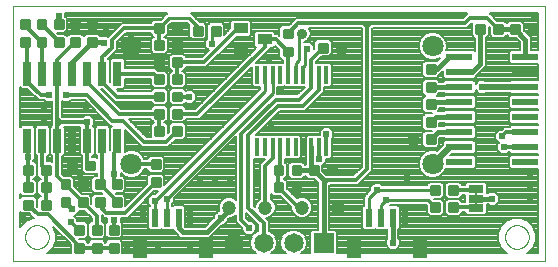
<source format=gtl>
G75*
%MOIN*%
%OFA0B0*%
%FSLAX25Y25*%
%IPPOS*%
%LPD*%
%AMOC8*
5,1,8,0,0,1.08239X$1,22.5*
%
%ADD10C,0.00000*%
%ADD11C,0.00875*%
%ADD12R,0.04500X0.03500*%
%ADD13R,0.06500X0.06500*%
%ADD14C,0.06500*%
%ADD15C,0.07087*%
%ADD16R,0.01378X0.05906*%
%ADD17C,0.04724*%
%ADD18R,0.02362X0.06102*%
%ADD19R,0.04724X0.07087*%
%ADD20R,0.08661X0.02362*%
%ADD21R,0.02600X0.08000*%
%ADD22C,0.03500*%
%ADD23R,0.05000X0.02500*%
%ADD24C,0.00800*%
%ADD25C,0.02400*%
%ADD26C,0.01200*%
%ADD27C,0.01000*%
%ADD28C,0.01500*%
%ADD29C,0.02000*%
D10*
X0014157Y0019933D02*
X0014157Y0104733D01*
X0191322Y0104733D01*
X0191322Y0019933D01*
X0014157Y0019933D01*
X0018094Y0027807D02*
X0018096Y0027932D01*
X0018102Y0028057D01*
X0018112Y0028181D01*
X0018126Y0028305D01*
X0018143Y0028429D01*
X0018165Y0028552D01*
X0018191Y0028674D01*
X0018220Y0028796D01*
X0018253Y0028916D01*
X0018291Y0029035D01*
X0018331Y0029154D01*
X0018376Y0029270D01*
X0018424Y0029385D01*
X0018476Y0029499D01*
X0018532Y0029611D01*
X0018591Y0029721D01*
X0018653Y0029829D01*
X0018719Y0029936D01*
X0018788Y0030040D01*
X0018861Y0030141D01*
X0018936Y0030241D01*
X0019015Y0030338D01*
X0019097Y0030432D01*
X0019182Y0030524D01*
X0019269Y0030613D01*
X0019360Y0030699D01*
X0019453Y0030782D01*
X0019549Y0030863D01*
X0019647Y0030940D01*
X0019747Y0031014D01*
X0019850Y0031085D01*
X0019955Y0031152D01*
X0020063Y0031217D01*
X0020172Y0031277D01*
X0020283Y0031335D01*
X0020396Y0031388D01*
X0020510Y0031438D01*
X0020626Y0031485D01*
X0020743Y0031527D01*
X0020862Y0031566D01*
X0020982Y0031602D01*
X0021103Y0031633D01*
X0021225Y0031661D01*
X0021347Y0031684D01*
X0021471Y0031704D01*
X0021595Y0031720D01*
X0021719Y0031732D01*
X0021844Y0031740D01*
X0021969Y0031744D01*
X0022093Y0031744D01*
X0022218Y0031740D01*
X0022343Y0031732D01*
X0022467Y0031720D01*
X0022591Y0031704D01*
X0022715Y0031684D01*
X0022837Y0031661D01*
X0022959Y0031633D01*
X0023080Y0031602D01*
X0023200Y0031566D01*
X0023319Y0031527D01*
X0023436Y0031485D01*
X0023552Y0031438D01*
X0023666Y0031388D01*
X0023779Y0031335D01*
X0023890Y0031277D01*
X0024000Y0031217D01*
X0024107Y0031152D01*
X0024212Y0031085D01*
X0024315Y0031014D01*
X0024415Y0030940D01*
X0024513Y0030863D01*
X0024609Y0030782D01*
X0024702Y0030699D01*
X0024793Y0030613D01*
X0024880Y0030524D01*
X0024965Y0030432D01*
X0025047Y0030338D01*
X0025126Y0030241D01*
X0025201Y0030141D01*
X0025274Y0030040D01*
X0025343Y0029936D01*
X0025409Y0029829D01*
X0025471Y0029721D01*
X0025530Y0029611D01*
X0025586Y0029499D01*
X0025638Y0029385D01*
X0025686Y0029270D01*
X0025731Y0029154D01*
X0025771Y0029035D01*
X0025809Y0028916D01*
X0025842Y0028796D01*
X0025871Y0028674D01*
X0025897Y0028552D01*
X0025919Y0028429D01*
X0025936Y0028305D01*
X0025950Y0028181D01*
X0025960Y0028057D01*
X0025966Y0027932D01*
X0025968Y0027807D01*
X0025966Y0027682D01*
X0025960Y0027557D01*
X0025950Y0027433D01*
X0025936Y0027309D01*
X0025919Y0027185D01*
X0025897Y0027062D01*
X0025871Y0026940D01*
X0025842Y0026818D01*
X0025809Y0026698D01*
X0025771Y0026579D01*
X0025731Y0026460D01*
X0025686Y0026344D01*
X0025638Y0026229D01*
X0025586Y0026115D01*
X0025530Y0026003D01*
X0025471Y0025893D01*
X0025409Y0025785D01*
X0025343Y0025678D01*
X0025274Y0025574D01*
X0025201Y0025473D01*
X0025126Y0025373D01*
X0025047Y0025276D01*
X0024965Y0025182D01*
X0024880Y0025090D01*
X0024793Y0025001D01*
X0024702Y0024915D01*
X0024609Y0024832D01*
X0024513Y0024751D01*
X0024415Y0024674D01*
X0024315Y0024600D01*
X0024212Y0024529D01*
X0024107Y0024462D01*
X0023999Y0024397D01*
X0023890Y0024337D01*
X0023779Y0024279D01*
X0023666Y0024226D01*
X0023552Y0024176D01*
X0023436Y0024129D01*
X0023319Y0024087D01*
X0023200Y0024048D01*
X0023080Y0024012D01*
X0022959Y0023981D01*
X0022837Y0023953D01*
X0022715Y0023930D01*
X0022591Y0023910D01*
X0022467Y0023894D01*
X0022343Y0023882D01*
X0022218Y0023874D01*
X0022093Y0023870D01*
X0021969Y0023870D01*
X0021844Y0023874D01*
X0021719Y0023882D01*
X0021595Y0023894D01*
X0021471Y0023910D01*
X0021347Y0023930D01*
X0021225Y0023953D01*
X0021103Y0023981D01*
X0020982Y0024012D01*
X0020862Y0024048D01*
X0020743Y0024087D01*
X0020626Y0024129D01*
X0020510Y0024176D01*
X0020396Y0024226D01*
X0020283Y0024279D01*
X0020172Y0024337D01*
X0020062Y0024397D01*
X0019955Y0024462D01*
X0019850Y0024529D01*
X0019747Y0024600D01*
X0019647Y0024674D01*
X0019549Y0024751D01*
X0019453Y0024832D01*
X0019360Y0024915D01*
X0019269Y0025001D01*
X0019182Y0025090D01*
X0019097Y0025182D01*
X0019015Y0025276D01*
X0018936Y0025373D01*
X0018861Y0025473D01*
X0018788Y0025574D01*
X0018719Y0025678D01*
X0018653Y0025785D01*
X0018591Y0025893D01*
X0018532Y0026003D01*
X0018476Y0026115D01*
X0018424Y0026229D01*
X0018376Y0026344D01*
X0018331Y0026460D01*
X0018291Y0026579D01*
X0018253Y0026698D01*
X0018220Y0026818D01*
X0018191Y0026940D01*
X0018165Y0027062D01*
X0018143Y0027185D01*
X0018126Y0027309D01*
X0018112Y0027433D01*
X0018102Y0027557D01*
X0018096Y0027682D01*
X0018094Y0027807D01*
X0178094Y0027807D02*
X0178096Y0027932D01*
X0178102Y0028057D01*
X0178112Y0028181D01*
X0178126Y0028305D01*
X0178143Y0028429D01*
X0178165Y0028552D01*
X0178191Y0028674D01*
X0178220Y0028796D01*
X0178253Y0028916D01*
X0178291Y0029035D01*
X0178331Y0029154D01*
X0178376Y0029270D01*
X0178424Y0029385D01*
X0178476Y0029499D01*
X0178532Y0029611D01*
X0178591Y0029721D01*
X0178653Y0029829D01*
X0178719Y0029936D01*
X0178788Y0030040D01*
X0178861Y0030141D01*
X0178936Y0030241D01*
X0179015Y0030338D01*
X0179097Y0030432D01*
X0179182Y0030524D01*
X0179269Y0030613D01*
X0179360Y0030699D01*
X0179453Y0030782D01*
X0179549Y0030863D01*
X0179647Y0030940D01*
X0179747Y0031014D01*
X0179850Y0031085D01*
X0179955Y0031152D01*
X0180063Y0031217D01*
X0180172Y0031277D01*
X0180283Y0031335D01*
X0180396Y0031388D01*
X0180510Y0031438D01*
X0180626Y0031485D01*
X0180743Y0031527D01*
X0180862Y0031566D01*
X0180982Y0031602D01*
X0181103Y0031633D01*
X0181225Y0031661D01*
X0181347Y0031684D01*
X0181471Y0031704D01*
X0181595Y0031720D01*
X0181719Y0031732D01*
X0181844Y0031740D01*
X0181969Y0031744D01*
X0182093Y0031744D01*
X0182218Y0031740D01*
X0182343Y0031732D01*
X0182467Y0031720D01*
X0182591Y0031704D01*
X0182715Y0031684D01*
X0182837Y0031661D01*
X0182959Y0031633D01*
X0183080Y0031602D01*
X0183200Y0031566D01*
X0183319Y0031527D01*
X0183436Y0031485D01*
X0183552Y0031438D01*
X0183666Y0031388D01*
X0183779Y0031335D01*
X0183890Y0031277D01*
X0184000Y0031217D01*
X0184107Y0031152D01*
X0184212Y0031085D01*
X0184315Y0031014D01*
X0184415Y0030940D01*
X0184513Y0030863D01*
X0184609Y0030782D01*
X0184702Y0030699D01*
X0184793Y0030613D01*
X0184880Y0030524D01*
X0184965Y0030432D01*
X0185047Y0030338D01*
X0185126Y0030241D01*
X0185201Y0030141D01*
X0185274Y0030040D01*
X0185343Y0029936D01*
X0185409Y0029829D01*
X0185471Y0029721D01*
X0185530Y0029611D01*
X0185586Y0029499D01*
X0185638Y0029385D01*
X0185686Y0029270D01*
X0185731Y0029154D01*
X0185771Y0029035D01*
X0185809Y0028916D01*
X0185842Y0028796D01*
X0185871Y0028674D01*
X0185897Y0028552D01*
X0185919Y0028429D01*
X0185936Y0028305D01*
X0185950Y0028181D01*
X0185960Y0028057D01*
X0185966Y0027932D01*
X0185968Y0027807D01*
X0185966Y0027682D01*
X0185960Y0027557D01*
X0185950Y0027433D01*
X0185936Y0027309D01*
X0185919Y0027185D01*
X0185897Y0027062D01*
X0185871Y0026940D01*
X0185842Y0026818D01*
X0185809Y0026698D01*
X0185771Y0026579D01*
X0185731Y0026460D01*
X0185686Y0026344D01*
X0185638Y0026229D01*
X0185586Y0026115D01*
X0185530Y0026003D01*
X0185471Y0025893D01*
X0185409Y0025785D01*
X0185343Y0025678D01*
X0185274Y0025574D01*
X0185201Y0025473D01*
X0185126Y0025373D01*
X0185047Y0025276D01*
X0184965Y0025182D01*
X0184880Y0025090D01*
X0184793Y0025001D01*
X0184702Y0024915D01*
X0184609Y0024832D01*
X0184513Y0024751D01*
X0184415Y0024674D01*
X0184315Y0024600D01*
X0184212Y0024529D01*
X0184107Y0024462D01*
X0183999Y0024397D01*
X0183890Y0024337D01*
X0183779Y0024279D01*
X0183666Y0024226D01*
X0183552Y0024176D01*
X0183436Y0024129D01*
X0183319Y0024087D01*
X0183200Y0024048D01*
X0183080Y0024012D01*
X0182959Y0023981D01*
X0182837Y0023953D01*
X0182715Y0023930D01*
X0182591Y0023910D01*
X0182467Y0023894D01*
X0182343Y0023882D01*
X0182218Y0023874D01*
X0182093Y0023870D01*
X0181969Y0023870D01*
X0181844Y0023874D01*
X0181719Y0023882D01*
X0181595Y0023894D01*
X0181471Y0023910D01*
X0181347Y0023930D01*
X0181225Y0023953D01*
X0181103Y0023981D01*
X0180982Y0024012D01*
X0180862Y0024048D01*
X0180743Y0024087D01*
X0180626Y0024129D01*
X0180510Y0024176D01*
X0180396Y0024226D01*
X0180283Y0024279D01*
X0180172Y0024337D01*
X0180062Y0024397D01*
X0179955Y0024462D01*
X0179850Y0024529D01*
X0179747Y0024600D01*
X0179647Y0024674D01*
X0179549Y0024751D01*
X0179453Y0024832D01*
X0179360Y0024915D01*
X0179269Y0025001D01*
X0179182Y0025090D01*
X0179097Y0025182D01*
X0179015Y0025276D01*
X0178936Y0025373D01*
X0178861Y0025473D01*
X0178788Y0025574D01*
X0178719Y0025678D01*
X0178653Y0025785D01*
X0178591Y0025893D01*
X0178532Y0026003D01*
X0178476Y0026115D01*
X0178424Y0026229D01*
X0178376Y0026344D01*
X0178331Y0026460D01*
X0178291Y0026579D01*
X0178253Y0026698D01*
X0178220Y0026818D01*
X0178191Y0026940D01*
X0178165Y0027062D01*
X0178143Y0027185D01*
X0178126Y0027309D01*
X0178112Y0027433D01*
X0178102Y0027557D01*
X0178096Y0027682D01*
X0178094Y0027807D01*
D11*
X0162182Y0036447D02*
X0159556Y0036447D01*
X0159556Y0039073D01*
X0162182Y0039073D01*
X0162182Y0036447D01*
X0162182Y0037278D02*
X0159556Y0037278D01*
X0159556Y0038109D02*
X0162182Y0038109D01*
X0162182Y0038940D02*
X0159556Y0038940D01*
X0156182Y0036447D02*
X0153556Y0036447D01*
X0153556Y0039073D01*
X0156182Y0039073D01*
X0156182Y0036447D01*
X0156182Y0037278D02*
X0153556Y0037278D01*
X0153556Y0038109D02*
X0156182Y0038109D01*
X0156182Y0038940D02*
X0153556Y0038940D01*
X0153556Y0042147D02*
X0156182Y0042147D01*
X0153556Y0042147D02*
X0153556Y0044773D01*
X0156182Y0044773D01*
X0156182Y0042147D01*
X0156182Y0042978D02*
X0153556Y0042978D01*
X0153556Y0043809D02*
X0156182Y0043809D01*
X0156182Y0044640D02*
X0153556Y0044640D01*
X0159556Y0042147D02*
X0162182Y0042147D01*
X0159556Y0042147D02*
X0159556Y0044773D01*
X0162182Y0044773D01*
X0162182Y0042147D01*
X0162182Y0042978D02*
X0159556Y0042978D01*
X0159556Y0043809D02*
X0162182Y0043809D01*
X0162182Y0044640D02*
X0159556Y0044640D01*
X0154662Y0059106D02*
X0152036Y0059106D01*
X0152036Y0061732D01*
X0154662Y0061732D01*
X0154662Y0059106D01*
X0154662Y0059937D02*
X0152036Y0059937D01*
X0152036Y0060768D02*
X0154662Y0060768D01*
X0154662Y0061599D02*
X0152036Y0061599D01*
X0148662Y0059106D02*
X0146036Y0059106D01*
X0146036Y0061732D01*
X0148662Y0061732D01*
X0148662Y0059106D01*
X0148662Y0059937D02*
X0146036Y0059937D01*
X0146036Y0060768D02*
X0148662Y0060768D01*
X0148662Y0061599D02*
X0146036Y0061599D01*
X0154614Y0064833D02*
X0154614Y0067459D01*
X0154614Y0064833D02*
X0151988Y0064833D01*
X0151988Y0067459D01*
X0154614Y0067459D01*
X0154614Y0065664D02*
X0151988Y0065664D01*
X0151988Y0066495D02*
X0154614Y0066495D01*
X0154614Y0067326D02*
X0151988Y0067326D01*
X0154614Y0070833D02*
X0154614Y0073459D01*
X0154614Y0070833D02*
X0151988Y0070833D01*
X0151988Y0073459D01*
X0154614Y0073459D01*
X0154614Y0071664D02*
X0151988Y0071664D01*
X0151988Y0072495D02*
X0154614Y0072495D01*
X0154614Y0073326D02*
X0151988Y0073326D01*
X0154614Y0076433D02*
X0154614Y0079059D01*
X0154614Y0076433D02*
X0151988Y0076433D01*
X0151988Y0079059D01*
X0154614Y0079059D01*
X0154614Y0077264D02*
X0151988Y0077264D01*
X0151988Y0078095D02*
X0154614Y0078095D01*
X0154614Y0078926D02*
X0151988Y0078926D01*
X0154614Y0082433D02*
X0154614Y0085059D01*
X0154614Y0082433D02*
X0151988Y0082433D01*
X0151988Y0085059D01*
X0154614Y0085059D01*
X0154614Y0083264D02*
X0151988Y0083264D01*
X0151988Y0084095D02*
X0154614Y0084095D01*
X0154614Y0084926D02*
X0151988Y0084926D01*
X0168524Y0098352D02*
X0171150Y0098352D01*
X0171150Y0095726D01*
X0168524Y0095726D01*
X0168524Y0098352D01*
X0168524Y0096557D02*
X0171150Y0096557D01*
X0171150Y0097388D02*
X0168524Y0097388D01*
X0168524Y0098219D02*
X0171150Y0098219D01*
X0174524Y0098352D02*
X0177150Y0098352D01*
X0177150Y0095726D01*
X0174524Y0095726D01*
X0174524Y0098352D01*
X0174524Y0096557D02*
X0177150Y0096557D01*
X0177150Y0097388D02*
X0174524Y0097388D01*
X0174524Y0098219D02*
X0177150Y0098219D01*
X0180163Y0098312D02*
X0182789Y0098312D01*
X0182789Y0095686D01*
X0180163Y0095686D01*
X0180163Y0098312D01*
X0180163Y0096517D02*
X0182789Y0096517D01*
X0182789Y0097348D02*
X0180163Y0097348D01*
X0180163Y0098179D02*
X0182789Y0098179D01*
X0186163Y0098312D02*
X0188789Y0098312D01*
X0188789Y0095686D01*
X0186163Y0095686D01*
X0186163Y0098312D01*
X0186163Y0096517D02*
X0188789Y0096517D01*
X0188789Y0097348D02*
X0186163Y0097348D01*
X0186163Y0098179D02*
X0188789Y0098179D01*
X0124693Y0089622D02*
X0122067Y0089622D01*
X0122067Y0092248D01*
X0124693Y0092248D01*
X0124693Y0089622D01*
X0124693Y0090453D02*
X0122067Y0090453D01*
X0122067Y0091284D02*
X0124693Y0091284D01*
X0124693Y0092115D02*
X0122067Y0092115D01*
X0118693Y0089622D02*
X0116067Y0089622D01*
X0116067Y0092248D01*
X0118693Y0092248D01*
X0118693Y0089622D01*
X0118693Y0090453D02*
X0116067Y0090453D01*
X0116067Y0091284D02*
X0118693Y0091284D01*
X0118693Y0092115D02*
X0116067Y0092115D01*
X0106970Y0090946D02*
X0106970Y0088320D01*
X0104344Y0088320D01*
X0104344Y0090946D01*
X0106970Y0090946D01*
X0106970Y0089151D02*
X0104344Y0089151D01*
X0104344Y0089982D02*
X0106970Y0089982D01*
X0106970Y0090813D02*
X0104344Y0090813D01*
X0106970Y0094320D02*
X0106970Y0096946D01*
X0106970Y0094320D02*
X0104344Y0094320D01*
X0104344Y0096946D01*
X0106970Y0096946D01*
X0106970Y0095151D02*
X0104344Y0095151D01*
X0104344Y0095982D02*
X0106970Y0095982D01*
X0106970Y0096813D02*
X0104344Y0096813D01*
X0082970Y0097846D02*
X0080344Y0097846D01*
X0082970Y0097846D02*
X0082970Y0095220D01*
X0080344Y0095220D01*
X0080344Y0097846D01*
X0080344Y0096051D02*
X0082970Y0096051D01*
X0082970Y0096882D02*
X0080344Y0096882D01*
X0080344Y0097713D02*
X0082970Y0097713D01*
X0076970Y0097846D02*
X0074344Y0097846D01*
X0076970Y0097846D02*
X0076970Y0095220D01*
X0074344Y0095220D01*
X0074344Y0097846D01*
X0074344Y0096051D02*
X0076970Y0096051D01*
X0076970Y0096882D02*
X0074344Y0096882D01*
X0074344Y0097713D02*
X0076970Y0097713D01*
X0070070Y0096120D02*
X0067444Y0096120D01*
X0067444Y0098746D01*
X0070070Y0098746D01*
X0070070Y0096120D01*
X0070070Y0096951D02*
X0067444Y0096951D01*
X0067444Y0097782D02*
X0070070Y0097782D01*
X0070070Y0098613D02*
X0067444Y0098613D01*
X0064070Y0096120D02*
X0061444Y0096120D01*
X0061444Y0098746D01*
X0064070Y0098746D01*
X0064070Y0096120D01*
X0064070Y0096951D02*
X0061444Y0096951D01*
X0061444Y0097782D02*
X0064070Y0097782D01*
X0064070Y0098613D02*
X0061444Y0098613D01*
X0061444Y0093046D02*
X0064070Y0093046D01*
X0064070Y0090420D01*
X0061444Y0090420D01*
X0061444Y0093046D01*
X0061444Y0091251D02*
X0064070Y0091251D01*
X0064070Y0092082D02*
X0061444Y0092082D01*
X0061444Y0092913D02*
X0064070Y0092913D01*
X0067444Y0093046D02*
X0070070Y0093046D01*
X0070070Y0090420D01*
X0067444Y0090420D01*
X0067444Y0093046D01*
X0067444Y0091251D02*
X0070070Y0091251D01*
X0070070Y0092082D02*
X0067444Y0092082D01*
X0067444Y0092913D02*
X0070070Y0092913D01*
X0070170Y0084720D02*
X0067544Y0084720D01*
X0067544Y0087346D01*
X0070170Y0087346D01*
X0070170Y0084720D01*
X0070170Y0085551D02*
X0067544Y0085551D01*
X0067544Y0086382D02*
X0070170Y0086382D01*
X0070170Y0087213D02*
X0067544Y0087213D01*
X0064170Y0084720D02*
X0061544Y0084720D01*
X0061544Y0087346D01*
X0064170Y0087346D01*
X0064170Y0084720D01*
X0064170Y0085551D02*
X0061544Y0085551D01*
X0061544Y0086382D02*
X0064170Y0086382D01*
X0064170Y0087213D02*
X0061544Y0087213D01*
X0061544Y0079020D02*
X0064170Y0079020D01*
X0061544Y0079020D02*
X0061544Y0081646D01*
X0064170Y0081646D01*
X0064170Y0079020D01*
X0064170Y0079851D02*
X0061544Y0079851D01*
X0061544Y0080682D02*
X0064170Y0080682D01*
X0064170Y0081513D02*
X0061544Y0081513D01*
X0067544Y0079020D02*
X0070170Y0079020D01*
X0067544Y0079020D02*
X0067544Y0081646D01*
X0070170Y0081646D01*
X0070170Y0079020D01*
X0070170Y0079851D02*
X0067544Y0079851D01*
X0067544Y0080682D02*
X0070170Y0080682D01*
X0070170Y0081513D02*
X0067544Y0081513D01*
X0067544Y0075946D02*
X0070170Y0075946D01*
X0070170Y0073320D01*
X0067544Y0073320D01*
X0067544Y0075946D01*
X0067544Y0074151D02*
X0070170Y0074151D01*
X0070170Y0074982D02*
X0067544Y0074982D01*
X0067544Y0075813D02*
X0070170Y0075813D01*
X0064170Y0075946D02*
X0061544Y0075946D01*
X0064170Y0075946D02*
X0064170Y0073320D01*
X0061544Y0073320D01*
X0061544Y0075946D01*
X0061544Y0074151D02*
X0064170Y0074151D01*
X0064170Y0074982D02*
X0061544Y0074982D01*
X0061544Y0075813D02*
X0064170Y0075813D01*
X0064170Y0067520D02*
X0061544Y0067520D01*
X0061544Y0070146D01*
X0064170Y0070146D01*
X0064170Y0067520D01*
X0064170Y0068351D02*
X0061544Y0068351D01*
X0061544Y0069182D02*
X0064170Y0069182D01*
X0064170Y0070013D02*
X0061544Y0070013D01*
X0067544Y0067520D02*
X0070170Y0067520D01*
X0067544Y0067520D02*
X0067544Y0070146D01*
X0070170Y0070146D01*
X0070170Y0067520D01*
X0070170Y0068351D02*
X0067544Y0068351D01*
X0067544Y0069182D02*
X0070170Y0069182D01*
X0070170Y0070013D02*
X0067544Y0070013D01*
X0067544Y0064446D02*
X0070170Y0064446D01*
X0070170Y0061820D01*
X0067544Y0061820D01*
X0067544Y0064446D01*
X0067544Y0062651D02*
X0070170Y0062651D01*
X0070170Y0063482D02*
X0067544Y0063482D01*
X0067544Y0064313D02*
X0070170Y0064313D01*
X0064170Y0064446D02*
X0061544Y0064446D01*
X0064170Y0064446D02*
X0064170Y0061820D01*
X0061544Y0061820D01*
X0061544Y0064446D01*
X0061544Y0062651D02*
X0064170Y0062651D01*
X0064170Y0063482D02*
X0061544Y0063482D01*
X0061544Y0064313D02*
X0064170Y0064313D01*
X0060344Y0053346D02*
X0060344Y0050720D01*
X0060344Y0053346D02*
X0062970Y0053346D01*
X0062970Y0050720D01*
X0060344Y0050720D01*
X0060344Y0051551D02*
X0062970Y0051551D01*
X0062970Y0052382D02*
X0060344Y0052382D01*
X0060344Y0053213D02*
X0062970Y0053213D01*
X0060344Y0047346D02*
X0060344Y0044720D01*
X0060344Y0047346D02*
X0062970Y0047346D01*
X0062970Y0044720D01*
X0060344Y0044720D01*
X0060344Y0045551D02*
X0062970Y0045551D01*
X0062970Y0046382D02*
X0060344Y0046382D01*
X0060344Y0047213D02*
X0062970Y0047213D01*
X0047344Y0046646D02*
X0047344Y0044020D01*
X0047344Y0046646D02*
X0049970Y0046646D01*
X0049970Y0044020D01*
X0047344Y0044020D01*
X0047344Y0044851D02*
X0049970Y0044851D01*
X0049970Y0045682D02*
X0047344Y0045682D01*
X0047344Y0046513D02*
X0049970Y0046513D01*
X0041744Y0046646D02*
X0041744Y0044020D01*
X0041744Y0046646D02*
X0044370Y0046646D01*
X0044370Y0044020D01*
X0041744Y0044020D01*
X0041744Y0044851D02*
X0044370Y0044851D01*
X0044370Y0045682D02*
X0041744Y0045682D01*
X0041744Y0046513D02*
X0044370Y0046513D01*
X0038670Y0046646D02*
X0038670Y0044020D01*
X0036044Y0044020D01*
X0036044Y0046646D01*
X0038670Y0046646D01*
X0038670Y0044851D02*
X0036044Y0044851D01*
X0036044Y0045682D02*
X0038670Y0045682D01*
X0038670Y0046513D02*
X0036044Y0046513D01*
X0030244Y0046646D02*
X0030244Y0044020D01*
X0030244Y0046646D02*
X0032870Y0046646D01*
X0032870Y0044020D01*
X0030244Y0044020D01*
X0030244Y0044851D02*
X0032870Y0044851D01*
X0032870Y0045682D02*
X0030244Y0045682D01*
X0030244Y0046513D02*
X0032870Y0046513D01*
X0032544Y0050320D02*
X0035170Y0050320D01*
X0032544Y0050320D02*
X0032544Y0052946D01*
X0035170Y0052946D01*
X0035170Y0050320D01*
X0035170Y0051151D02*
X0032544Y0051151D01*
X0032544Y0051982D02*
X0035170Y0051982D01*
X0035170Y0052813D02*
X0032544Y0052813D01*
X0038544Y0050320D02*
X0041170Y0050320D01*
X0038544Y0050320D02*
X0038544Y0052946D01*
X0041170Y0052946D01*
X0041170Y0050320D01*
X0041170Y0051151D02*
X0038544Y0051151D01*
X0038544Y0051982D02*
X0041170Y0051982D01*
X0041170Y0052813D02*
X0038544Y0052813D01*
X0026370Y0051446D02*
X0023744Y0051446D01*
X0026370Y0051446D02*
X0026370Y0048820D01*
X0023744Y0048820D01*
X0023744Y0051446D01*
X0023744Y0049651D02*
X0026370Y0049651D01*
X0026370Y0050482D02*
X0023744Y0050482D01*
X0023744Y0051313D02*
X0026370Y0051313D01*
X0020370Y0051446D02*
X0017744Y0051446D01*
X0020370Y0051446D02*
X0020370Y0048820D01*
X0017744Y0048820D01*
X0017744Y0051446D01*
X0017744Y0049651D02*
X0020370Y0049651D01*
X0020370Y0050482D02*
X0017744Y0050482D01*
X0017744Y0051313D02*
X0020370Y0051313D01*
X0020370Y0045646D02*
X0017744Y0045646D01*
X0020370Y0045646D02*
X0020370Y0043020D01*
X0017744Y0043020D01*
X0017744Y0045646D01*
X0017744Y0043851D02*
X0020370Y0043851D01*
X0020370Y0044682D02*
X0017744Y0044682D01*
X0017744Y0045513D02*
X0020370Y0045513D01*
X0023744Y0045646D02*
X0026370Y0045646D01*
X0026370Y0043020D01*
X0023744Y0043020D01*
X0023744Y0045646D01*
X0023744Y0043851D02*
X0026370Y0043851D01*
X0026370Y0044682D02*
X0023744Y0044682D01*
X0023744Y0045513D02*
X0026370Y0045513D01*
X0030244Y0040646D02*
X0030244Y0038020D01*
X0030244Y0040646D02*
X0032870Y0040646D01*
X0032870Y0038020D01*
X0030244Y0038020D01*
X0030244Y0038851D02*
X0032870Y0038851D01*
X0032870Y0039682D02*
X0030244Y0039682D01*
X0030244Y0040513D02*
X0032870Y0040513D01*
X0038670Y0040646D02*
X0038670Y0038020D01*
X0036044Y0038020D01*
X0036044Y0040646D01*
X0038670Y0040646D01*
X0038670Y0038851D02*
X0036044Y0038851D01*
X0036044Y0039682D02*
X0038670Y0039682D01*
X0038670Y0040513D02*
X0036044Y0040513D01*
X0041744Y0040646D02*
X0041744Y0038020D01*
X0041744Y0040646D02*
X0044370Y0040646D01*
X0044370Y0038020D01*
X0041744Y0038020D01*
X0041744Y0038851D02*
X0044370Y0038851D01*
X0044370Y0039682D02*
X0041744Y0039682D01*
X0041744Y0040513D02*
X0044370Y0040513D01*
X0047344Y0040646D02*
X0047344Y0038020D01*
X0047344Y0040646D02*
X0049970Y0040646D01*
X0049970Y0038020D01*
X0047344Y0038020D01*
X0047344Y0038851D02*
X0049970Y0038851D01*
X0049970Y0039682D02*
X0047344Y0039682D01*
X0047344Y0040513D02*
X0049970Y0040513D01*
X0046344Y0031546D02*
X0046344Y0028920D01*
X0046344Y0031546D02*
X0048970Y0031546D01*
X0048970Y0028920D01*
X0046344Y0028920D01*
X0046344Y0029751D02*
X0048970Y0029751D01*
X0048970Y0030582D02*
X0046344Y0030582D01*
X0046344Y0031413D02*
X0048970Y0031413D01*
X0040644Y0031446D02*
X0040644Y0028820D01*
X0040644Y0031446D02*
X0043270Y0031446D01*
X0043270Y0028820D01*
X0040644Y0028820D01*
X0040644Y0029651D02*
X0043270Y0029651D01*
X0043270Y0030482D02*
X0040644Y0030482D01*
X0040644Y0031313D02*
X0043270Y0031313D01*
X0037470Y0031446D02*
X0037470Y0028820D01*
X0034844Y0028820D01*
X0034844Y0031446D01*
X0037470Y0031446D01*
X0037470Y0029651D02*
X0034844Y0029651D01*
X0034844Y0030482D02*
X0037470Y0030482D01*
X0037470Y0031313D02*
X0034844Y0031313D01*
X0037470Y0025446D02*
X0037470Y0022820D01*
X0034844Y0022820D01*
X0034844Y0025446D01*
X0037470Y0025446D01*
X0037470Y0023651D02*
X0034844Y0023651D01*
X0034844Y0024482D02*
X0037470Y0024482D01*
X0037470Y0025313D02*
X0034844Y0025313D01*
X0040644Y0025446D02*
X0040644Y0022820D01*
X0040644Y0025446D02*
X0043270Y0025446D01*
X0043270Y0022820D01*
X0040644Y0022820D01*
X0040644Y0023651D02*
X0043270Y0023651D01*
X0043270Y0024482D02*
X0040644Y0024482D01*
X0040644Y0025313D02*
X0043270Y0025313D01*
X0046344Y0025546D02*
X0046344Y0022920D01*
X0046344Y0025546D02*
X0048970Y0025546D01*
X0048970Y0022920D01*
X0046344Y0022920D01*
X0046344Y0023751D02*
X0048970Y0023751D01*
X0048970Y0024582D02*
X0046344Y0024582D01*
X0046344Y0025413D02*
X0048970Y0025413D01*
X0026370Y0039846D02*
X0023744Y0039846D01*
X0026370Y0039846D02*
X0026370Y0037220D01*
X0023744Y0037220D01*
X0023744Y0039846D01*
X0023744Y0038051D02*
X0026370Y0038051D01*
X0026370Y0038882D02*
X0023744Y0038882D01*
X0023744Y0039713D02*
X0026370Y0039713D01*
X0020370Y0039846D02*
X0017744Y0039846D01*
X0020370Y0039846D02*
X0020370Y0037220D01*
X0017744Y0037220D01*
X0017744Y0039846D01*
X0017744Y0038051D02*
X0020370Y0038051D01*
X0020370Y0038882D02*
X0017744Y0038882D01*
X0017744Y0039713D02*
X0020370Y0039713D01*
X0101244Y0045746D02*
X0103870Y0045746D01*
X0103870Y0043120D01*
X0101244Y0043120D01*
X0101244Y0045746D01*
X0101244Y0043951D02*
X0103870Y0043951D01*
X0103870Y0044782D02*
X0101244Y0044782D01*
X0101244Y0045613D02*
X0103870Y0045613D01*
X0107244Y0045746D02*
X0109870Y0045746D01*
X0109870Y0043120D01*
X0107244Y0043120D01*
X0107244Y0045746D01*
X0107244Y0043951D02*
X0109870Y0043951D01*
X0109870Y0044782D02*
X0107244Y0044782D01*
X0107244Y0045613D02*
X0109870Y0045613D01*
X0109870Y0048720D02*
X0107244Y0048720D01*
X0107244Y0051346D01*
X0109870Y0051346D01*
X0109870Y0048720D01*
X0109870Y0049551D02*
X0107244Y0049551D01*
X0107244Y0050382D02*
X0109870Y0050382D01*
X0109870Y0051213D02*
X0107244Y0051213D01*
X0103870Y0048720D02*
X0101244Y0048720D01*
X0101244Y0051346D01*
X0103870Y0051346D01*
X0103870Y0048720D01*
X0103870Y0049551D02*
X0101244Y0049551D01*
X0101244Y0050382D02*
X0103870Y0050382D01*
X0103870Y0051213D02*
X0101244Y0051213D01*
X0112944Y0048720D02*
X0115570Y0048720D01*
X0112944Y0048720D02*
X0112944Y0051346D01*
X0115570Y0051346D01*
X0115570Y0048720D01*
X0115570Y0049551D02*
X0112944Y0049551D01*
X0112944Y0050382D02*
X0115570Y0050382D01*
X0115570Y0051213D02*
X0112944Y0051213D01*
X0118944Y0048720D02*
X0121570Y0048720D01*
X0118944Y0048720D02*
X0118944Y0051346D01*
X0121570Y0051346D01*
X0121570Y0048720D01*
X0121570Y0049551D02*
X0118944Y0049551D01*
X0118944Y0050382D02*
X0121570Y0050382D01*
X0121570Y0051213D02*
X0118944Y0051213D01*
X0039144Y0091420D02*
X0039144Y0094046D01*
X0041770Y0094046D01*
X0041770Y0091420D01*
X0039144Y0091420D01*
X0039144Y0092251D02*
X0041770Y0092251D01*
X0041770Y0093082D02*
X0039144Y0093082D01*
X0039144Y0093913D02*
X0041770Y0093913D01*
X0033544Y0094046D02*
X0033544Y0091420D01*
X0033544Y0094046D02*
X0036170Y0094046D01*
X0036170Y0091420D01*
X0033544Y0091420D01*
X0033544Y0092251D02*
X0036170Y0092251D01*
X0036170Y0093082D02*
X0033544Y0093082D01*
X0033544Y0093913D02*
X0036170Y0093913D01*
X0027944Y0094046D02*
X0027944Y0091420D01*
X0027944Y0094046D02*
X0030570Y0094046D01*
X0030570Y0091420D01*
X0027944Y0091420D01*
X0027944Y0092251D02*
X0030570Y0092251D01*
X0030570Y0093082D02*
X0027944Y0093082D01*
X0027944Y0093913D02*
X0030570Y0093913D01*
X0027944Y0097420D02*
X0027944Y0100046D01*
X0030570Y0100046D01*
X0030570Y0097420D01*
X0027944Y0097420D01*
X0027944Y0098251D02*
X0030570Y0098251D01*
X0030570Y0099082D02*
X0027944Y0099082D01*
X0027944Y0099913D02*
X0030570Y0099913D01*
X0033544Y0100046D02*
X0033544Y0097420D01*
X0033544Y0100046D02*
X0036170Y0100046D01*
X0036170Y0097420D01*
X0033544Y0097420D01*
X0033544Y0098251D02*
X0036170Y0098251D01*
X0036170Y0099082D02*
X0033544Y0099082D01*
X0033544Y0099913D02*
X0036170Y0099913D01*
X0039144Y0100046D02*
X0039144Y0097420D01*
X0039144Y0100046D02*
X0041770Y0100046D01*
X0041770Y0097420D01*
X0039144Y0097420D01*
X0039144Y0098251D02*
X0041770Y0098251D01*
X0041770Y0099082D02*
X0039144Y0099082D01*
X0039144Y0099913D02*
X0041770Y0099913D01*
X0024870Y0100046D02*
X0024870Y0097420D01*
X0022244Y0097420D01*
X0022244Y0100046D01*
X0024870Y0100046D01*
X0024870Y0098251D02*
X0022244Y0098251D01*
X0022244Y0099082D02*
X0024870Y0099082D01*
X0024870Y0099913D02*
X0022244Y0099913D01*
X0016644Y0100046D02*
X0016644Y0097420D01*
X0016644Y0100046D02*
X0019270Y0100046D01*
X0019270Y0097420D01*
X0016644Y0097420D01*
X0016644Y0098251D02*
X0019270Y0098251D01*
X0019270Y0099082D02*
X0016644Y0099082D01*
X0016644Y0099913D02*
X0019270Y0099913D01*
X0016644Y0094046D02*
X0016644Y0091420D01*
X0016644Y0094046D02*
X0019270Y0094046D01*
X0019270Y0091420D01*
X0016644Y0091420D01*
X0016644Y0092251D02*
X0019270Y0092251D01*
X0019270Y0093082D02*
X0016644Y0093082D01*
X0016644Y0093913D02*
X0019270Y0093913D01*
X0024870Y0094046D02*
X0024870Y0091420D01*
X0022244Y0091420D01*
X0022244Y0094046D01*
X0024870Y0094046D01*
X0024870Y0092251D02*
X0022244Y0092251D01*
X0022244Y0093082D02*
X0024870Y0093082D01*
X0024870Y0093913D02*
X0022244Y0093913D01*
D12*
X0089906Y0097431D03*
X0097906Y0093691D03*
X0089906Y0089950D03*
D13*
X0117574Y0025933D03*
D14*
X0107574Y0025933D03*
X0097574Y0025933D03*
X0087574Y0025933D03*
D15*
X0053527Y0052091D03*
X0053527Y0091461D03*
X0153920Y0091461D03*
X0153920Y0052091D03*
D16*
X0118528Y0057762D03*
X0115969Y0057762D03*
X0113410Y0057762D03*
X0110851Y0057762D03*
X0108292Y0057762D03*
X0105733Y0057762D03*
X0103174Y0057762D03*
X0100615Y0057762D03*
X0098056Y0057762D03*
X0095497Y0057762D03*
X0095497Y0081896D03*
X0098056Y0081896D03*
X0100615Y0081896D03*
X0103174Y0081896D03*
X0105733Y0081896D03*
X0108292Y0081896D03*
X0110792Y0081896D03*
X0113351Y0081896D03*
X0115910Y0081896D03*
X0118469Y0081896D03*
D17*
X0122446Y0037633D03*
X0110320Y0037633D03*
X0098194Y0037633D03*
X0086068Y0037633D03*
D18*
X0073175Y0034218D03*
X0069238Y0034218D03*
X0065301Y0034218D03*
X0061364Y0034218D03*
X0132772Y0034218D03*
X0136709Y0034218D03*
X0140646Y0034218D03*
X0144583Y0034218D03*
D19*
X0149702Y0024277D03*
X0127654Y0024277D03*
X0078293Y0024277D03*
X0056246Y0024277D03*
D20*
X0162813Y0052809D03*
X0162813Y0057809D03*
X0162813Y0062809D03*
X0162813Y0067809D03*
X0162813Y0072809D03*
X0162813Y0077809D03*
X0162813Y0082809D03*
X0162813Y0087809D03*
X0184860Y0087809D03*
X0184860Y0082809D03*
X0184860Y0077809D03*
X0184860Y0072809D03*
X0184860Y0067809D03*
X0184860Y0062809D03*
X0184860Y0057809D03*
X0184860Y0052809D03*
D21*
X0048857Y0059933D03*
X0043857Y0059933D03*
X0038857Y0059933D03*
X0033857Y0059933D03*
X0028857Y0059933D03*
X0023857Y0059933D03*
X0018857Y0059933D03*
X0018857Y0082283D03*
X0023857Y0082283D03*
X0028857Y0082283D03*
X0033857Y0082283D03*
X0038857Y0082283D03*
X0043857Y0082283D03*
X0048857Y0082283D03*
D22*
X0110457Y0095633D03*
D23*
X0168357Y0043833D03*
X0168357Y0040633D03*
X0168357Y0037433D03*
D24*
X0168357Y0037233D02*
X0168357Y0040633D01*
X0168357Y0043933D01*
X0171957Y0043874D02*
X0188922Y0043874D01*
X0188922Y0044672D02*
X0171957Y0044672D01*
X0171957Y0045471D02*
X0188922Y0045471D01*
X0188922Y0046269D02*
X0162859Y0046269D01*
X0162819Y0046310D02*
X0158920Y0046310D01*
X0158019Y0045409D01*
X0158019Y0041510D01*
X0158920Y0040610D01*
X0162819Y0040610D01*
X0163719Y0041510D01*
X0163719Y0041760D01*
X0164757Y0041760D01*
X0164757Y0039460D01*
X0163719Y0039460D01*
X0163719Y0039709D01*
X0162819Y0040610D01*
X0158920Y0040610D01*
X0158019Y0039709D01*
X0158019Y0035810D01*
X0158920Y0034910D01*
X0162819Y0034910D01*
X0163719Y0035810D01*
X0163719Y0036060D01*
X0164757Y0036060D01*
X0164757Y0035727D01*
X0165401Y0035083D01*
X0171312Y0035083D01*
X0171957Y0035727D01*
X0171957Y0038783D01*
X0172354Y0038783D01*
X0172904Y0038233D01*
X0174809Y0038233D01*
X0176157Y0039580D01*
X0176157Y0041486D01*
X0174809Y0042833D01*
X0172904Y0042833D01*
X0172554Y0042483D01*
X0171957Y0042483D01*
X0171957Y0045539D01*
X0171312Y0046183D01*
X0165401Y0046183D01*
X0164757Y0045539D01*
X0164757Y0045160D01*
X0163719Y0045160D01*
X0163719Y0045409D01*
X0162819Y0046310D01*
X0163658Y0045471D02*
X0164757Y0045471D01*
X0164757Y0041478D02*
X0163687Y0041478D01*
X0162888Y0040679D02*
X0164757Y0040679D01*
X0164757Y0039881D02*
X0163548Y0039881D01*
X0163719Y0035888D02*
X0164757Y0035888D01*
X0165394Y0035090D02*
X0162999Y0035090D01*
X0158740Y0035090D02*
X0156999Y0035090D01*
X0156819Y0034910D02*
X0157719Y0035810D01*
X0157719Y0039709D01*
X0156819Y0040610D01*
X0157719Y0041510D01*
X0157719Y0045409D01*
X0156819Y0046310D01*
X0152920Y0046310D01*
X0152019Y0045409D01*
X0152019Y0045060D01*
X0137136Y0045060D01*
X0136436Y0045760D01*
X0134531Y0045760D01*
X0133183Y0044413D01*
X0133183Y0043423D01*
X0131172Y0041412D01*
X0131172Y0038369D01*
X0131136Y0038369D01*
X0130491Y0037725D01*
X0130491Y0030711D01*
X0131136Y0030067D01*
X0134409Y0030067D01*
X0134741Y0030399D01*
X0135073Y0030067D01*
X0138346Y0030067D01*
X0138678Y0030399D01*
X0138796Y0030280D01*
X0138796Y0027326D01*
X0138357Y0026886D01*
X0138357Y0024980D01*
X0139704Y0023633D01*
X0141609Y0023633D01*
X0142957Y0024980D01*
X0142957Y0026886D01*
X0142496Y0027346D01*
X0142496Y0030280D01*
X0142928Y0030711D01*
X0142928Y0037725D01*
X0142283Y0038369D01*
X0139746Y0038369D01*
X0140009Y0038633D01*
X0151733Y0038633D01*
X0152019Y0038347D01*
X0152019Y0035810D01*
X0152920Y0034910D01*
X0156819Y0034910D01*
X0157719Y0035888D02*
X0158019Y0035888D01*
X0158019Y0036687D02*
X0157719Y0036687D01*
X0157719Y0037485D02*
X0158019Y0037485D01*
X0158019Y0038284D02*
X0157719Y0038284D01*
X0157719Y0039082D02*
X0158019Y0039082D01*
X0158191Y0039881D02*
X0157548Y0039881D01*
X0156819Y0040610D02*
X0154282Y0040610D01*
X0156819Y0040610D01*
X0156888Y0040679D02*
X0158850Y0040679D01*
X0158052Y0041478D02*
X0157687Y0041478D01*
X0157719Y0042277D02*
X0158019Y0042277D01*
X0158019Y0043075D02*
X0157719Y0043075D01*
X0157719Y0043874D02*
X0158019Y0043874D01*
X0158019Y0044672D02*
X0157719Y0044672D01*
X0157658Y0045471D02*
X0158081Y0045471D01*
X0158879Y0046269D02*
X0156859Y0046269D01*
X0155855Y0047866D02*
X0188922Y0047866D01*
X0188922Y0047068D02*
X0130995Y0047068D01*
X0131794Y0047866D02*
X0151986Y0047866D01*
X0151290Y0048154D02*
X0152997Y0047447D01*
X0154844Y0047447D01*
X0156551Y0048154D01*
X0157857Y0049460D01*
X0158299Y0050528D01*
X0167599Y0050528D01*
X0168243Y0051173D01*
X0168243Y0054446D01*
X0167599Y0055091D01*
X0159890Y0055091D01*
X0160328Y0055528D01*
X0167599Y0055528D01*
X0168243Y0056173D01*
X0168243Y0059446D01*
X0167599Y0060091D01*
X0158026Y0060091D01*
X0157382Y0059446D01*
X0157382Y0058522D01*
X0155374Y0056514D01*
X0154844Y0056734D01*
X0152997Y0056734D01*
X0151290Y0056027D01*
X0149984Y0054721D01*
X0149277Y0053014D01*
X0149277Y0051167D01*
X0149984Y0049460D01*
X0151290Y0048154D01*
X0150780Y0048665D02*
X0132592Y0048665D01*
X0132761Y0048833D02*
X0133757Y0049829D01*
X0133757Y0097029D01*
X0134161Y0097433D01*
X0165361Y0097433D01*
X0166357Y0098429D01*
X0167061Y0099133D01*
X0167132Y0099133D01*
X0166987Y0098988D01*
X0166987Y0095089D01*
X0167888Y0094189D01*
X0167987Y0094189D01*
X0167987Y0089702D01*
X0167599Y0090091D01*
X0158379Y0090091D01*
X0158564Y0090537D01*
X0158564Y0092384D01*
X0157857Y0094091D01*
X0156551Y0095397D01*
X0154844Y0096104D01*
X0152997Y0096104D01*
X0151290Y0095397D01*
X0149984Y0094091D01*
X0149277Y0092384D01*
X0149277Y0090537D01*
X0149984Y0088830D01*
X0151290Y0087524D01*
X0152997Y0086817D01*
X0154844Y0086817D01*
X0156518Y0087511D01*
X0155427Y0086419D01*
X0155250Y0086596D01*
X0151351Y0086596D01*
X0150451Y0085695D01*
X0150451Y0081796D01*
X0151351Y0080896D01*
X0155250Y0080896D01*
X0156151Y0081796D01*
X0156151Y0081911D01*
X0157382Y0083142D01*
X0157382Y0081173D01*
X0158026Y0080528D01*
X0167599Y0080528D01*
X0168243Y0081173D01*
X0168243Y0081403D01*
X0171687Y0084847D01*
X0171687Y0094189D01*
X0171786Y0094189D01*
X0172687Y0095089D01*
X0172687Y0097784D01*
X0172987Y0097484D01*
X0172987Y0095089D01*
X0173888Y0094189D01*
X0177786Y0094189D01*
X0178637Y0095039D01*
X0179527Y0094149D01*
X0181710Y0094149D01*
X0183010Y0092849D01*
X0183010Y0090091D01*
X0180073Y0090091D01*
X0179429Y0089446D01*
X0179429Y0086173D01*
X0180073Y0085528D01*
X0188922Y0085528D01*
X0188922Y0080091D01*
X0180073Y0080091D01*
X0179892Y0079909D01*
X0171533Y0079909D01*
X0171309Y0080133D01*
X0169404Y0080133D01*
X0168243Y0078972D01*
X0168243Y0079446D01*
X0167599Y0080091D01*
X0158026Y0080091D01*
X0157531Y0079596D01*
X0156151Y0079596D01*
X0156151Y0079695D01*
X0155250Y0080596D01*
X0151351Y0080596D01*
X0150451Y0079695D01*
X0150451Y0075796D01*
X0151301Y0074946D01*
X0150451Y0074095D01*
X0150451Y0070196D01*
X0151351Y0069296D01*
X0153835Y0069296D01*
X0153535Y0068996D01*
X0151351Y0068996D01*
X0150451Y0068095D01*
X0150451Y0064196D01*
X0151351Y0063296D01*
X0153609Y0063296D01*
X0153583Y0063269D01*
X0151399Y0063269D01*
X0150499Y0062368D01*
X0150499Y0058470D01*
X0151399Y0057569D01*
X0155298Y0057569D01*
X0156199Y0058470D01*
X0156199Y0060653D01*
X0156506Y0060959D01*
X0157595Y0060959D01*
X0158026Y0060528D01*
X0167599Y0060528D01*
X0168243Y0061173D01*
X0168243Y0064446D01*
X0167599Y0065091D01*
X0158026Y0065091D01*
X0157595Y0064659D01*
X0156151Y0064659D01*
X0156151Y0065959D01*
X0157595Y0065959D01*
X0158026Y0065528D01*
X0167599Y0065528D01*
X0168243Y0066173D01*
X0168243Y0069446D01*
X0167599Y0070091D01*
X0158026Y0070091D01*
X0157595Y0069659D01*
X0155614Y0069659D01*
X0156151Y0070196D01*
X0156151Y0070959D01*
X0157595Y0070959D01*
X0158026Y0070528D01*
X0167599Y0070528D01*
X0168243Y0071173D01*
X0168243Y0074446D01*
X0167599Y0075091D01*
X0158026Y0075091D01*
X0157595Y0074659D01*
X0155586Y0074659D01*
X0155300Y0074946D01*
X0156151Y0075796D01*
X0156151Y0075896D01*
X0157659Y0075896D01*
X0158026Y0075528D01*
X0167599Y0075528D01*
X0168243Y0076173D01*
X0168243Y0076694D01*
X0169404Y0075533D01*
X0171309Y0075533D01*
X0171486Y0075709D01*
X0179892Y0075709D01*
X0180073Y0075528D01*
X0188922Y0075528D01*
X0188922Y0075091D01*
X0180073Y0075091D01*
X0179429Y0074446D01*
X0179429Y0071173D01*
X0180073Y0070528D01*
X0188922Y0070528D01*
X0188922Y0070091D01*
X0180073Y0070091D01*
X0179429Y0069446D01*
X0179429Y0066173D01*
X0180073Y0065528D01*
X0188922Y0065528D01*
X0188922Y0065091D01*
X0180073Y0065091D01*
X0179492Y0064509D01*
X0177829Y0064509D01*
X0176953Y0063633D01*
X0176104Y0063633D01*
X0174757Y0062286D01*
X0174757Y0060380D01*
X0175904Y0059233D01*
X0175357Y0058686D01*
X0175357Y0056780D01*
X0176704Y0055433D01*
X0178609Y0055433D01*
X0179209Y0056033D01*
X0179569Y0056033D01*
X0180073Y0055528D01*
X0188922Y0055528D01*
X0188922Y0055091D01*
X0180073Y0055091D01*
X0179429Y0054446D01*
X0179429Y0051173D01*
X0180073Y0050528D01*
X0188922Y0050528D01*
X0188922Y0022333D01*
X0185375Y0022333D01*
X0185620Y0022435D01*
X0187403Y0024217D01*
X0188368Y0026547D01*
X0188368Y0029068D01*
X0187403Y0031397D01*
X0185620Y0033179D01*
X0183291Y0034144D01*
X0180770Y0034144D01*
X0178441Y0033179D01*
X0176658Y0031397D01*
X0175694Y0029068D01*
X0175694Y0026547D01*
X0176658Y0024217D01*
X0178441Y0022435D01*
X0178687Y0022333D01*
X0121924Y0022333D01*
X0121924Y0029639D01*
X0121280Y0030283D01*
X0119424Y0030283D01*
X0119424Y0044879D01*
X0119561Y0045016D01*
X0128944Y0045016D01*
X0132761Y0048833D01*
X0133391Y0049463D02*
X0149983Y0049463D01*
X0149652Y0050262D02*
X0133757Y0050262D01*
X0133757Y0051060D02*
X0149321Y0051060D01*
X0149277Y0051859D02*
X0133757Y0051859D01*
X0133757Y0052657D02*
X0149277Y0052657D01*
X0149460Y0053456D02*
X0133757Y0053456D01*
X0133757Y0054254D02*
X0149791Y0054254D01*
X0150316Y0055053D02*
X0133757Y0055053D01*
X0133757Y0055851D02*
X0151115Y0055851D01*
X0152794Y0056650D02*
X0133757Y0056650D01*
X0133757Y0057448D02*
X0156308Y0057448D01*
X0155976Y0058247D02*
X0157107Y0058247D01*
X0157382Y0059045D02*
X0156199Y0059045D01*
X0156199Y0059844D02*
X0157779Y0059844D01*
X0157912Y0060642D02*
X0156199Y0060642D01*
X0151168Y0063038D02*
X0133757Y0063038D01*
X0133757Y0063836D02*
X0150811Y0063836D01*
X0150451Y0064635D02*
X0133757Y0064635D01*
X0133757Y0065433D02*
X0150451Y0065433D01*
X0150451Y0066232D02*
X0133757Y0066232D01*
X0133757Y0067030D02*
X0150451Y0067030D01*
X0150451Y0067829D02*
X0133757Y0067829D01*
X0133757Y0068627D02*
X0150983Y0068627D01*
X0151221Y0069426D02*
X0133757Y0069426D01*
X0133757Y0070224D02*
X0150451Y0070224D01*
X0150451Y0071023D02*
X0133757Y0071023D01*
X0133757Y0071821D02*
X0150451Y0071821D01*
X0150451Y0072620D02*
X0133757Y0072620D01*
X0133757Y0073418D02*
X0150451Y0073418D01*
X0150573Y0074217D02*
X0133757Y0074217D01*
X0133757Y0075015D02*
X0151232Y0075015D01*
X0150451Y0075814D02*
X0133757Y0075814D01*
X0133757Y0076612D02*
X0150451Y0076612D01*
X0150451Y0077411D02*
X0133757Y0077411D01*
X0133757Y0078210D02*
X0150451Y0078210D01*
X0150451Y0079008D02*
X0133757Y0079008D01*
X0133757Y0079807D02*
X0150562Y0079807D01*
X0150844Y0081404D02*
X0133757Y0081404D01*
X0133757Y0082202D02*
X0150451Y0082202D01*
X0150451Y0083001D02*
X0133757Y0083001D01*
X0133757Y0083799D02*
X0150451Y0083799D01*
X0150451Y0084598D02*
X0133757Y0084598D01*
X0133757Y0085396D02*
X0150451Y0085396D01*
X0150950Y0086195D02*
X0133757Y0086195D01*
X0133757Y0086993D02*
X0152572Y0086993D01*
X0151023Y0087792D02*
X0133757Y0087792D01*
X0133757Y0088590D02*
X0150224Y0088590D01*
X0149753Y0089389D02*
X0133757Y0089389D01*
X0133757Y0090187D02*
X0149422Y0090187D01*
X0149277Y0090986D02*
X0133757Y0090986D01*
X0133757Y0091784D02*
X0149277Y0091784D01*
X0149359Y0092583D02*
X0133757Y0092583D01*
X0133757Y0093381D02*
X0149690Y0093381D01*
X0150073Y0094180D02*
X0133757Y0094180D01*
X0133757Y0094978D02*
X0150871Y0094978D01*
X0152207Y0095777D02*
X0133757Y0095777D01*
X0133757Y0096575D02*
X0166987Y0096575D01*
X0166987Y0095777D02*
X0155634Y0095777D01*
X0156969Y0094978D02*
X0167098Y0094978D01*
X0167987Y0094180D02*
X0157768Y0094180D01*
X0158151Y0093381D02*
X0167987Y0093381D01*
X0167987Y0092583D02*
X0158482Y0092583D01*
X0158564Y0091784D02*
X0167987Y0091784D01*
X0167987Y0090986D02*
X0158564Y0090986D01*
X0158419Y0090187D02*
X0167987Y0090187D01*
X0171687Y0090187D02*
X0183010Y0090187D01*
X0183010Y0090986D02*
X0171687Y0090986D01*
X0171687Y0091784D02*
X0183010Y0091784D01*
X0183010Y0092583D02*
X0171687Y0092583D01*
X0171687Y0093381D02*
X0182478Y0093381D01*
X0179497Y0094180D02*
X0171687Y0094180D01*
X0172576Y0094978D02*
X0173098Y0094978D01*
X0172987Y0095777D02*
X0172687Y0095777D01*
X0172687Y0096575D02*
X0172987Y0096575D01*
X0172987Y0097374D02*
X0172687Y0097374D01*
X0175391Y0099889D02*
X0172947Y0102333D01*
X0188922Y0102333D01*
X0188922Y0090091D01*
X0186710Y0090091D01*
X0186710Y0094382D01*
X0184326Y0096766D01*
X0184326Y0098949D01*
X0183426Y0099849D01*
X0179527Y0099849D01*
X0178676Y0098999D01*
X0177786Y0099889D01*
X0175391Y0099889D01*
X0174712Y0100568D02*
X0188922Y0100568D01*
X0188922Y0101366D02*
X0173913Y0101366D01*
X0173115Y0102165D02*
X0188922Y0102165D01*
X0188922Y0099769D02*
X0183506Y0099769D01*
X0184304Y0098971D02*
X0188922Y0098971D01*
X0188922Y0098172D02*
X0184326Y0098172D01*
X0184326Y0097374D02*
X0188922Y0097374D01*
X0188922Y0096575D02*
X0184517Y0096575D01*
X0185315Y0095777D02*
X0188922Y0095777D01*
X0188922Y0094978D02*
X0186114Y0094978D01*
X0186710Y0094180D02*
X0188922Y0094180D01*
X0188922Y0093381D02*
X0186710Y0093381D01*
X0186710Y0092583D02*
X0188922Y0092583D01*
X0188922Y0091784D02*
X0186710Y0091784D01*
X0186710Y0090986D02*
X0188922Y0090986D01*
X0188922Y0090187D02*
X0186710Y0090187D01*
X0179429Y0089389D02*
X0171687Y0089389D01*
X0171687Y0088590D02*
X0179429Y0088590D01*
X0179429Y0087792D02*
X0171687Y0087792D01*
X0171687Y0086993D02*
X0179429Y0086993D01*
X0179429Y0086195D02*
X0171687Y0086195D01*
X0171687Y0085396D02*
X0188922Y0085396D01*
X0188922Y0084598D02*
X0171438Y0084598D01*
X0170639Y0083799D02*
X0188922Y0083799D01*
X0188922Y0083001D02*
X0169840Y0083001D01*
X0169042Y0082202D02*
X0188922Y0082202D01*
X0188922Y0081404D02*
X0168243Y0081404D01*
X0167676Y0080605D02*
X0188922Y0080605D01*
X0179998Y0075015D02*
X0167674Y0075015D01*
X0167885Y0075814D02*
X0169123Y0075814D01*
X0168325Y0076612D02*
X0168243Y0076612D01*
X0168243Y0074217D02*
X0179429Y0074217D01*
X0179429Y0073418D02*
X0168243Y0073418D01*
X0168243Y0072620D02*
X0179429Y0072620D01*
X0179429Y0071821D02*
X0168243Y0071821D01*
X0168094Y0071023D02*
X0179579Y0071023D01*
X0179429Y0069426D02*
X0168243Y0069426D01*
X0168243Y0068627D02*
X0179429Y0068627D01*
X0179429Y0067829D02*
X0168243Y0067829D01*
X0168243Y0067030D02*
X0179429Y0067030D01*
X0179429Y0066232D02*
X0168243Y0066232D01*
X0168055Y0064635D02*
X0179618Y0064635D01*
X0177156Y0063836D02*
X0168243Y0063836D01*
X0168243Y0063038D02*
X0175509Y0063038D01*
X0174757Y0062239D02*
X0168243Y0062239D01*
X0168243Y0061441D02*
X0174757Y0061441D01*
X0174757Y0060642D02*
X0167713Y0060642D01*
X0167846Y0059844D02*
X0175293Y0059844D01*
X0175716Y0059045D02*
X0168243Y0059045D01*
X0168243Y0058247D02*
X0175357Y0058247D01*
X0175357Y0057448D02*
X0168243Y0057448D01*
X0168243Y0056650D02*
X0175487Y0056650D01*
X0176286Y0055851D02*
X0167922Y0055851D01*
X0167637Y0055053D02*
X0180036Y0055053D01*
X0179751Y0055851D02*
X0179028Y0055851D01*
X0179429Y0054254D02*
X0168243Y0054254D01*
X0168243Y0053456D02*
X0179429Y0053456D01*
X0179429Y0052657D02*
X0168243Y0052657D01*
X0168243Y0051859D02*
X0179429Y0051859D01*
X0179542Y0051060D02*
X0168131Y0051060D01*
X0158189Y0050262D02*
X0188922Y0050262D01*
X0188922Y0049463D02*
X0157858Y0049463D01*
X0157061Y0048665D02*
X0188922Y0048665D01*
X0188922Y0043075D02*
X0171957Y0043075D01*
X0175366Y0042277D02*
X0188922Y0042277D01*
X0188922Y0041478D02*
X0176157Y0041478D01*
X0176157Y0040679D02*
X0188922Y0040679D01*
X0188922Y0039881D02*
X0176157Y0039881D01*
X0175659Y0039082D02*
X0188922Y0039082D01*
X0188922Y0038284D02*
X0174860Y0038284D01*
X0172853Y0038284D02*
X0171957Y0038284D01*
X0171957Y0037485D02*
X0188922Y0037485D01*
X0188922Y0036687D02*
X0171957Y0036687D01*
X0171957Y0035888D02*
X0188922Y0035888D01*
X0188922Y0035090D02*
X0171319Y0035090D01*
X0176534Y0031097D02*
X0142928Y0031097D01*
X0142928Y0031896D02*
X0177158Y0031896D01*
X0177956Y0032694D02*
X0142928Y0032694D01*
X0142928Y0033493D02*
X0179198Y0033493D01*
X0184863Y0033493D02*
X0188922Y0033493D01*
X0188922Y0034291D02*
X0142928Y0034291D01*
X0142928Y0035090D02*
X0152740Y0035090D01*
X0152019Y0035888D02*
X0142928Y0035888D01*
X0142928Y0036687D02*
X0152019Y0036687D01*
X0152019Y0037485D02*
X0142928Y0037485D01*
X0142369Y0038284D02*
X0152019Y0038284D01*
X0154282Y0040610D02*
X0154282Y0040610D01*
X0152081Y0045471D02*
X0136725Y0045471D01*
X0134241Y0045471D02*
X0129398Y0045471D01*
X0130197Y0046269D02*
X0152879Y0046269D01*
X0155047Y0056650D02*
X0155510Y0056650D01*
X0150722Y0058247D02*
X0133757Y0058247D01*
X0133757Y0059045D02*
X0150499Y0059045D01*
X0150499Y0059844D02*
X0133757Y0059844D01*
X0133757Y0060642D02*
X0150499Y0060642D01*
X0150499Y0061441D02*
X0133757Y0061441D01*
X0133757Y0062239D02*
X0150499Y0062239D01*
X0156151Y0065433D02*
X0188922Y0065433D01*
X0188922Y0070224D02*
X0156151Y0070224D01*
X0155370Y0075015D02*
X0157951Y0075015D01*
X0157741Y0075814D02*
X0156151Y0075814D01*
X0156039Y0079807D02*
X0157742Y0079807D01*
X0157950Y0080605D02*
X0133757Y0080605D01*
X0130357Y0080605D02*
X0120258Y0080605D01*
X0120258Y0079807D02*
X0130357Y0079807D01*
X0130357Y0079008D02*
X0120258Y0079008D01*
X0120258Y0078488D02*
X0120258Y0085304D01*
X0119614Y0085949D01*
X0117325Y0085949D01*
X0117190Y0085814D01*
X0117055Y0085949D01*
X0115051Y0085949D01*
X0115051Y0086202D01*
X0116934Y0088085D01*
X0119329Y0088085D01*
X0120230Y0088985D01*
X0120230Y0092884D01*
X0119329Y0093785D01*
X0115430Y0093785D01*
X0114530Y0092884D01*
X0114530Y0090489D01*
X0114357Y0090316D01*
X0114357Y0091486D01*
X0113009Y0092833D01*
X0111144Y0092833D01*
X0112071Y0093217D01*
X0112873Y0094019D01*
X0113307Y0095066D01*
X0113307Y0096200D01*
X0112873Y0097247D01*
X0112687Y0097433D01*
X0129953Y0097433D01*
X0130357Y0097029D01*
X0130357Y0051237D01*
X0127535Y0048416D01*
X0118490Y0048416D01*
X0117107Y0049799D01*
X0117107Y0051477D01*
X0118360Y0052730D01*
X0118360Y0053709D01*
X0119673Y0053709D01*
X0120317Y0054354D01*
X0120317Y0060541D01*
X0120857Y0061080D01*
X0120857Y0062986D01*
X0119509Y0064333D01*
X0117604Y0064333D01*
X0116257Y0062986D01*
X0116257Y0061815D01*
X0114825Y0061815D01*
X0114690Y0061680D01*
X0114555Y0061815D01*
X0112266Y0061815D01*
X0111621Y0061171D01*
X0111621Y0058590D01*
X0111560Y0058528D01*
X0111560Y0052136D01*
X0111407Y0051982D01*
X0111407Y0051883D01*
X0111407Y0051883D01*
X0111407Y0051982D01*
X0110506Y0052883D01*
X0106607Y0052883D01*
X0105707Y0051982D01*
X0105707Y0048084D01*
X0106607Y0047183D01*
X0110506Y0047183D01*
X0111407Y0048084D01*
X0112307Y0047183D01*
X0114490Y0047183D01*
X0115724Y0045949D01*
X0115724Y0030283D01*
X0113868Y0030283D01*
X0113224Y0029639D01*
X0113224Y0022333D01*
X0110126Y0022333D01*
X0111262Y0023469D01*
X0111924Y0025068D01*
X0111924Y0026798D01*
X0111262Y0028397D01*
X0110038Y0029621D01*
X0108439Y0030283D01*
X0106709Y0030283D01*
X0105110Y0029621D01*
X0103886Y0028397D01*
X0103224Y0026798D01*
X0103224Y0025068D01*
X0103886Y0023469D01*
X0105022Y0022333D01*
X0100126Y0022333D01*
X0101262Y0023469D01*
X0101924Y0025068D01*
X0101924Y0026798D01*
X0101262Y0028397D01*
X0100038Y0029621D01*
X0099274Y0029937D01*
X0099274Y0033263D01*
X0098367Y0034171D01*
X0098882Y0034171D01*
X0100155Y0034698D01*
X0101129Y0035672D01*
X0101656Y0036944D01*
X0101656Y0038322D01*
X0101129Y0039594D01*
X0100155Y0040568D01*
X0099894Y0040676D01*
X0099894Y0042297D01*
X0100607Y0041583D01*
X0103003Y0041583D01*
X0106857Y0037728D01*
X0106857Y0036944D01*
X0107385Y0035672D01*
X0108359Y0034698D01*
X0109631Y0034171D01*
X0111008Y0034171D01*
X0112281Y0034698D01*
X0113255Y0035672D01*
X0113782Y0036944D01*
X0113782Y0038322D01*
X0113255Y0039594D01*
X0112281Y0040568D01*
X0111008Y0041095D01*
X0109631Y0041095D01*
X0108689Y0040705D01*
X0105407Y0043987D01*
X0105407Y0046382D01*
X0104556Y0047233D01*
X0105407Y0048084D01*
X0105407Y0051982D01*
X0104874Y0052515D01*
X0104874Y0053709D01*
X0106878Y0053709D01*
X0107013Y0053844D01*
X0107148Y0053709D01*
X0109437Y0053709D01*
X0110081Y0054354D01*
X0110081Y0061171D01*
X0109437Y0061815D01*
X0107148Y0061815D01*
X0107013Y0061680D01*
X0106878Y0061815D01*
X0104588Y0061815D01*
X0104454Y0061680D01*
X0104319Y0061815D01*
X0102029Y0061815D01*
X0101894Y0061680D01*
X0101760Y0061815D01*
X0099470Y0061815D01*
X0099335Y0061680D01*
X0099201Y0061815D01*
X0096911Y0061815D01*
X0096776Y0061680D01*
X0096641Y0061815D01*
X0094930Y0061815D01*
X0102948Y0069833D01*
X0111361Y0069833D01*
X0117610Y0076082D01*
X0117610Y0077843D01*
X0119614Y0077843D01*
X0120258Y0078488D01*
X0119980Y0078210D02*
X0130357Y0078210D01*
X0130357Y0077411D02*
X0117610Y0077411D01*
X0117610Y0076612D02*
X0130357Y0076612D01*
X0130357Y0075814D02*
X0117342Y0075814D01*
X0116543Y0075015D02*
X0130357Y0075015D01*
X0130357Y0074217D02*
X0115745Y0074217D01*
X0114946Y0073418D02*
X0130357Y0073418D01*
X0130357Y0072620D02*
X0114148Y0072620D01*
X0113349Y0071821D02*
X0130357Y0071821D01*
X0130357Y0071023D02*
X0112551Y0071023D01*
X0111752Y0070224D02*
X0130357Y0070224D01*
X0130357Y0069426D02*
X0102541Y0069426D01*
X0101742Y0068627D02*
X0130357Y0068627D01*
X0130357Y0067829D02*
X0100944Y0067829D01*
X0100145Y0067030D02*
X0130357Y0067030D01*
X0130357Y0066232D02*
X0099347Y0066232D01*
X0098548Y0065433D02*
X0130357Y0065433D01*
X0130357Y0064635D02*
X0097750Y0064635D01*
X0096951Y0063836D02*
X0117107Y0063836D01*
X0116309Y0063038D02*
X0096153Y0063038D01*
X0095354Y0062239D02*
X0116257Y0062239D01*
X0120006Y0063836D02*
X0130357Y0063836D01*
X0130357Y0063038D02*
X0120805Y0063038D01*
X0120857Y0062239D02*
X0130357Y0062239D01*
X0130357Y0061441D02*
X0120857Y0061441D01*
X0120419Y0060642D02*
X0130357Y0060642D01*
X0130357Y0059844D02*
X0120317Y0059844D01*
X0120317Y0059045D02*
X0130357Y0059045D01*
X0130357Y0058247D02*
X0120317Y0058247D01*
X0120317Y0057448D02*
X0130357Y0057448D01*
X0130357Y0056650D02*
X0120317Y0056650D01*
X0120317Y0055851D02*
X0130357Y0055851D01*
X0130357Y0055053D02*
X0120317Y0055053D01*
X0120218Y0054254D02*
X0130357Y0054254D01*
X0130357Y0053456D02*
X0118360Y0053456D01*
X0118287Y0052657D02*
X0130357Y0052657D01*
X0130357Y0051859D02*
X0117488Y0051859D01*
X0117107Y0051060D02*
X0130180Y0051060D01*
X0129381Y0050262D02*
X0117107Y0050262D01*
X0117443Y0049463D02*
X0128583Y0049463D01*
X0127784Y0048665D02*
X0118241Y0048665D01*
X0115404Y0046269D02*
X0105407Y0046269D01*
X0105407Y0045471D02*
X0115724Y0045471D01*
X0115724Y0044672D02*
X0105407Y0044672D01*
X0105520Y0043874D02*
X0115724Y0043874D01*
X0115724Y0043075D02*
X0106319Y0043075D01*
X0107117Y0042277D02*
X0115724Y0042277D01*
X0115724Y0041478D02*
X0107916Y0041478D01*
X0105503Y0039082D02*
X0101341Y0039082D01*
X0101656Y0038284D02*
X0106302Y0038284D01*
X0106857Y0037485D02*
X0101656Y0037485D01*
X0101549Y0036687D02*
X0106964Y0036687D01*
X0107295Y0035888D02*
X0101218Y0035888D01*
X0100547Y0035090D02*
X0107967Y0035090D01*
X0109340Y0034291D02*
X0099173Y0034291D01*
X0099045Y0033493D02*
X0115724Y0033493D01*
X0115724Y0034291D02*
X0111299Y0034291D01*
X0112673Y0035090D02*
X0115724Y0035090D01*
X0115724Y0035888D02*
X0113344Y0035888D01*
X0113675Y0036687D02*
X0115724Y0036687D01*
X0115724Y0037485D02*
X0113782Y0037485D01*
X0113782Y0038284D02*
X0115724Y0038284D01*
X0115724Y0039082D02*
X0113467Y0039082D01*
X0112968Y0039881D02*
X0115724Y0039881D01*
X0115724Y0040679D02*
X0112012Y0040679D01*
X0119424Y0040679D02*
X0131172Y0040679D01*
X0131172Y0039881D02*
X0119424Y0039881D01*
X0119424Y0039082D02*
X0131172Y0039082D01*
X0131050Y0038284D02*
X0119424Y0038284D01*
X0119424Y0037485D02*
X0130491Y0037485D01*
X0130491Y0036687D02*
X0119424Y0036687D01*
X0119424Y0035888D02*
X0130491Y0035888D01*
X0130491Y0035090D02*
X0119424Y0035090D01*
X0119424Y0034291D02*
X0130491Y0034291D01*
X0130491Y0033493D02*
X0119424Y0033493D01*
X0119424Y0032694D02*
X0130491Y0032694D01*
X0130491Y0031896D02*
X0119424Y0031896D01*
X0119424Y0031097D02*
X0130491Y0031097D01*
X0130904Y0030299D02*
X0119424Y0030299D01*
X0121924Y0029500D02*
X0138796Y0029500D01*
X0138796Y0028702D02*
X0121924Y0028702D01*
X0121924Y0027903D02*
X0138796Y0027903D01*
X0138576Y0027105D02*
X0121924Y0027105D01*
X0121924Y0026306D02*
X0138357Y0026306D01*
X0138357Y0025508D02*
X0121924Y0025508D01*
X0121924Y0024709D02*
X0138628Y0024709D01*
X0139426Y0023911D02*
X0121924Y0023911D01*
X0121924Y0023112D02*
X0177764Y0023112D01*
X0176965Y0023911D02*
X0141887Y0023911D01*
X0142686Y0024709D02*
X0176455Y0024709D01*
X0176124Y0025508D02*
X0142957Y0025508D01*
X0142957Y0026306D02*
X0175793Y0026306D01*
X0175694Y0027105D02*
X0142738Y0027105D01*
X0142496Y0027903D02*
X0175694Y0027903D01*
X0175694Y0028702D02*
X0142496Y0028702D01*
X0142496Y0029500D02*
X0175873Y0029500D01*
X0176204Y0030299D02*
X0142515Y0030299D01*
X0138778Y0030299D02*
X0138578Y0030299D01*
X0134841Y0030299D02*
X0134641Y0030299D01*
X0115724Y0030299D02*
X0099274Y0030299D01*
X0099274Y0031097D02*
X0115724Y0031097D01*
X0115724Y0031896D02*
X0099274Y0031896D01*
X0099274Y0032694D02*
X0115724Y0032694D01*
X0113224Y0029500D02*
X0110159Y0029500D01*
X0110957Y0028702D02*
X0113224Y0028702D01*
X0113224Y0027903D02*
X0111466Y0027903D01*
X0111797Y0027105D02*
X0113224Y0027105D01*
X0113224Y0026306D02*
X0111924Y0026306D01*
X0111924Y0025508D02*
X0113224Y0025508D01*
X0113224Y0024709D02*
X0111776Y0024709D01*
X0111445Y0023911D02*
X0113224Y0023911D01*
X0113224Y0023112D02*
X0110905Y0023112D01*
X0104243Y0023112D02*
X0100905Y0023112D01*
X0101445Y0023911D02*
X0103703Y0023911D01*
X0103373Y0024709D02*
X0101776Y0024709D01*
X0101924Y0025508D02*
X0103224Y0025508D01*
X0103224Y0026306D02*
X0101924Y0026306D01*
X0101797Y0027105D02*
X0103351Y0027105D01*
X0103682Y0027903D02*
X0101466Y0027903D01*
X0100957Y0028702D02*
X0104191Y0028702D01*
X0104989Y0029500D02*
X0100159Y0029500D01*
X0095874Y0029937D02*
X0095874Y0031855D01*
X0091857Y0035872D01*
X0091857Y0034137D01*
X0092761Y0033233D01*
X0093609Y0033233D01*
X0094957Y0031886D01*
X0094957Y0029980D01*
X0093609Y0028633D01*
X0091704Y0028633D01*
X0090357Y0029980D01*
X0090357Y0030829D01*
X0089453Y0031733D01*
X0088457Y0032729D01*
X0088457Y0035126D01*
X0088029Y0034698D01*
X0086756Y0034171D01*
X0086111Y0034171D01*
X0085657Y0033717D01*
X0085657Y0033080D01*
X0084309Y0031733D01*
X0083673Y0031733D01*
X0080607Y0028667D01*
X0079523Y0027583D01*
X0069872Y0027583D01*
X0068788Y0028667D01*
X0067388Y0030067D01*
X0067388Y0030280D01*
X0067269Y0030399D01*
X0066938Y0030067D01*
X0063664Y0030067D01*
X0063332Y0030399D01*
X0063001Y0030067D01*
X0059727Y0030067D01*
X0059083Y0030711D01*
X0059083Y0037725D01*
X0059655Y0038297D01*
X0059064Y0038887D01*
X0059064Y0040793D01*
X0060411Y0042140D01*
X0061401Y0042140D01*
X0062444Y0043183D01*
X0061211Y0043183D01*
X0053257Y0035229D01*
X0052261Y0034233D01*
X0049957Y0034233D01*
X0049957Y0032732D01*
X0050507Y0032182D01*
X0050507Y0028284D01*
X0049606Y0027383D01*
X0045707Y0027383D01*
X0044807Y0028284D01*
X0044807Y0032182D01*
X0045357Y0032732D01*
X0045357Y0034233D01*
X0044453Y0034233D01*
X0043657Y0035029D01*
X0043657Y0032983D01*
X0043906Y0032983D01*
X0044807Y0032082D01*
X0044807Y0028184D01*
X0043906Y0027283D01*
X0040007Y0027283D01*
X0039107Y0028184D01*
X0039107Y0032082D01*
X0040007Y0032983D01*
X0040257Y0032983D01*
X0040257Y0034029D01*
X0037803Y0036483D01*
X0036007Y0036483D01*
X0036007Y0036280D01*
X0034659Y0034933D01*
X0034509Y0034933D01*
X0035557Y0033886D01*
X0035557Y0033137D01*
X0035711Y0032983D01*
X0038106Y0032983D01*
X0039007Y0032082D01*
X0039007Y0028184D01*
X0038106Y0027283D01*
X0036211Y0027283D01*
X0036511Y0026983D01*
X0038106Y0026983D01*
X0039007Y0026082D01*
X0039007Y0025833D01*
X0039107Y0025833D01*
X0039107Y0026082D01*
X0040007Y0026983D01*
X0043906Y0026983D01*
X0044807Y0026082D01*
X0044807Y0025833D01*
X0044807Y0025833D01*
X0044807Y0026182D01*
X0045707Y0027083D01*
X0049606Y0027083D01*
X0050507Y0026182D01*
X0050507Y0022333D01*
X0095022Y0022333D01*
X0093886Y0023469D01*
X0093224Y0025068D01*
X0093224Y0026798D01*
X0093886Y0028397D01*
X0095110Y0029621D01*
X0095874Y0029937D01*
X0095874Y0030299D02*
X0094957Y0030299D01*
X0094957Y0031097D02*
X0095874Y0031097D01*
X0095833Y0031896D02*
X0094947Y0031896D01*
X0095035Y0032694D02*
X0094148Y0032694D01*
X0094236Y0033493D02*
X0092501Y0033493D01*
X0091857Y0034291D02*
X0093438Y0034291D01*
X0092639Y0035090D02*
X0091857Y0035090D01*
X0088457Y0035090D02*
X0088421Y0035090D01*
X0088457Y0034291D02*
X0087047Y0034291D01*
X0085657Y0033493D02*
X0088457Y0033493D01*
X0088491Y0032694D02*
X0085271Y0032694D01*
X0084472Y0031896D02*
X0089290Y0031896D01*
X0090088Y0031097D02*
X0083037Y0031097D01*
X0082239Y0030299D02*
X0090357Y0030299D01*
X0090837Y0029500D02*
X0081440Y0029500D01*
X0080642Y0028702D02*
X0091635Y0028702D01*
X0093678Y0028702D02*
X0094191Y0028702D01*
X0094477Y0029500D02*
X0094989Y0029500D01*
X0093682Y0027903D02*
X0079843Y0027903D01*
X0077990Y0031283D02*
X0071519Y0031283D01*
X0071519Y0037725D01*
X0070875Y0038369D01*
X0067601Y0038369D01*
X0067269Y0038038D01*
X0066938Y0038369D01*
X0066901Y0038369D01*
X0066901Y0038730D01*
X0067698Y0039527D01*
X0067698Y0040711D01*
X0088457Y0061470D01*
X0088457Y0040140D01*
X0088029Y0040568D01*
X0086756Y0041095D01*
X0085379Y0041095D01*
X0084107Y0040568D01*
X0083133Y0039594D01*
X0082606Y0038322D01*
X0082606Y0036944D01*
X0082859Y0036333D01*
X0082404Y0036333D01*
X0081057Y0034986D01*
X0081057Y0034349D01*
X0077990Y0031283D01*
X0078603Y0031896D02*
X0071519Y0031896D01*
X0071519Y0032694D02*
X0079402Y0032694D01*
X0080200Y0033493D02*
X0071519Y0033493D01*
X0071519Y0034291D02*
X0080999Y0034291D01*
X0081161Y0035090D02*
X0071519Y0035090D01*
X0071519Y0035888D02*
X0081959Y0035888D01*
X0082712Y0036687D02*
X0071519Y0036687D01*
X0071519Y0037485D02*
X0082606Y0037485D01*
X0082606Y0038284D02*
X0070960Y0038284D01*
X0067516Y0038284D02*
X0067023Y0038284D01*
X0067253Y0039082D02*
X0082921Y0039082D01*
X0083419Y0039881D02*
X0067698Y0039881D01*
X0067698Y0040679D02*
X0084375Y0040679D01*
X0087760Y0040679D02*
X0088457Y0040679D01*
X0088457Y0041478D02*
X0068464Y0041478D01*
X0069263Y0042277D02*
X0088457Y0042277D01*
X0088457Y0043075D02*
X0070061Y0043075D01*
X0070860Y0043874D02*
X0088457Y0043874D01*
X0088457Y0044672D02*
X0071658Y0044672D01*
X0072457Y0045471D02*
X0088457Y0045471D01*
X0088457Y0046269D02*
X0073255Y0046269D01*
X0074054Y0047068D02*
X0088457Y0047068D01*
X0088457Y0047866D02*
X0074852Y0047866D01*
X0075651Y0048665D02*
X0088457Y0048665D01*
X0088457Y0049463D02*
X0076449Y0049463D01*
X0077248Y0050262D02*
X0088457Y0050262D01*
X0088457Y0051060D02*
X0078046Y0051060D01*
X0078845Y0051859D02*
X0088457Y0051859D01*
X0088457Y0052657D02*
X0079644Y0052657D01*
X0080442Y0053456D02*
X0088457Y0053456D01*
X0088457Y0054254D02*
X0081241Y0054254D01*
X0082039Y0055053D02*
X0088457Y0055053D01*
X0088457Y0055851D02*
X0082838Y0055851D01*
X0083636Y0056650D02*
X0088457Y0056650D01*
X0088457Y0057448D02*
X0084435Y0057448D01*
X0085233Y0058247D02*
X0088457Y0058247D01*
X0088457Y0059045D02*
X0086032Y0059045D01*
X0086830Y0059844D02*
X0088457Y0059844D01*
X0088457Y0060642D02*
X0087629Y0060642D01*
X0088427Y0061441D02*
X0088457Y0061441D01*
X0083896Y0064635D02*
X0071707Y0064635D01*
X0071707Y0065082D02*
X0070806Y0065983D01*
X0066907Y0065983D01*
X0066007Y0065082D01*
X0066007Y0062687D01*
X0065707Y0062387D01*
X0065707Y0065082D01*
X0064806Y0065983D01*
X0064557Y0065983D01*
X0064806Y0065983D01*
X0065707Y0066884D01*
X0065707Y0070782D01*
X0064806Y0071683D01*
X0060907Y0071683D01*
X0060007Y0070782D01*
X0060007Y0070533D01*
X0050161Y0070533D01*
X0043511Y0077183D01*
X0043803Y0077183D01*
X0048053Y0072933D01*
X0060007Y0072933D01*
X0060007Y0072684D01*
X0060907Y0071783D01*
X0064806Y0071783D01*
X0065707Y0072684D01*
X0065707Y0076582D01*
X0064806Y0077483D01*
X0060907Y0077483D01*
X0064806Y0077483D01*
X0065707Y0078384D01*
X0065707Y0082282D01*
X0064806Y0083183D01*
X0062411Y0083183D01*
X0061611Y0083983D01*
X0051257Y0083983D01*
X0051257Y0086739D01*
X0050612Y0087383D01*
X0047101Y0087383D01*
X0046457Y0086739D01*
X0046457Y0079337D01*
X0046257Y0079537D01*
X0046257Y0086739D01*
X0045762Y0087234D01*
X0048757Y0090229D01*
X0048757Y0092729D01*
X0051761Y0095733D01*
X0059907Y0095733D01*
X0059907Y0095484D01*
X0060807Y0094583D01*
X0059907Y0093682D01*
X0059907Y0089784D01*
X0060807Y0088883D01*
X0064706Y0088883D01*
X0065607Y0089784D01*
X0065607Y0093682D01*
X0064706Y0094583D01*
X0064457Y0094583D01*
X0064706Y0094583D01*
X0065607Y0095484D01*
X0065607Y0098020D01*
X0066819Y0099233D01*
X0071994Y0099233D01*
X0072807Y0098420D01*
X0072807Y0094584D01*
X0073707Y0093683D01*
X0077606Y0093683D01*
X0078507Y0094584D01*
X0078507Y0098482D01*
X0077606Y0099383D01*
X0076369Y0099383D01*
X0074257Y0101496D01*
X0073419Y0102333D01*
X0165453Y0102333D01*
X0164657Y0101537D01*
X0163953Y0100833D01*
X0108453Y0100833D01*
X0106103Y0098483D01*
X0103707Y0098483D01*
X0102807Y0097582D01*
X0102807Y0094887D01*
X0102303Y0095391D01*
X0101256Y0095391D01*
X0101256Y0095896D01*
X0100612Y0096541D01*
X0095201Y0096541D01*
X0094556Y0095896D01*
X0094556Y0091485D01*
X0095180Y0090861D01*
X0074853Y0070533D01*
X0071707Y0070533D01*
X0071707Y0070782D01*
X0070806Y0071683D01*
X0066907Y0071683D01*
X0066007Y0070782D01*
X0066007Y0066884D01*
X0066907Y0065983D01*
X0070806Y0065983D01*
X0071707Y0066884D01*
X0071707Y0067133D01*
X0076261Y0067133D01*
X0093708Y0084580D01*
X0093708Y0078488D01*
X0094352Y0077843D01*
X0096456Y0077843D01*
X0096456Y0077195D01*
X0064507Y0045246D01*
X0064507Y0047982D01*
X0063606Y0048883D01*
X0059707Y0048883D01*
X0058807Y0047982D01*
X0058807Y0045587D01*
X0051507Y0038287D01*
X0051507Y0041282D01*
X0050606Y0042183D01*
X0048611Y0042183D01*
X0048311Y0042483D01*
X0050606Y0042483D01*
X0051507Y0043384D01*
X0051507Y0047282D01*
X0050606Y0048183D01*
X0049957Y0048183D01*
X0049957Y0049094D01*
X0050897Y0048154D01*
X0052603Y0047447D01*
X0054450Y0047447D01*
X0056157Y0048154D01*
X0057463Y0049460D01*
X0057825Y0050333D01*
X0058807Y0050333D01*
X0058807Y0050084D01*
X0059707Y0049183D01*
X0063606Y0049183D01*
X0064507Y0050084D01*
X0064507Y0053982D01*
X0063606Y0054883D01*
X0059707Y0054883D01*
X0058807Y0053982D01*
X0058807Y0053733D01*
X0057872Y0053733D01*
X0057463Y0054721D01*
X0056157Y0056027D01*
X0054450Y0056734D01*
X0052603Y0056734D01*
X0051257Y0056176D01*
X0051257Y0063629D01*
X0057153Y0057733D01*
X0065861Y0057733D01*
X0066857Y0058729D01*
X0068411Y0060283D01*
X0070806Y0060283D01*
X0071707Y0061184D01*
X0071707Y0065082D01*
X0071356Y0065433D02*
X0084694Y0065433D01*
X0085493Y0066232D02*
X0071055Y0066232D01*
X0071707Y0067030D02*
X0086291Y0067030D01*
X0087090Y0067829D02*
X0076957Y0067829D01*
X0077755Y0068627D02*
X0087888Y0068627D01*
X0088687Y0069426D02*
X0078554Y0069426D01*
X0079352Y0070224D02*
X0089485Y0070224D01*
X0090284Y0071023D02*
X0080151Y0071023D01*
X0080949Y0071821D02*
X0091082Y0071821D01*
X0091881Y0072620D02*
X0081748Y0072620D01*
X0082546Y0073418D02*
X0092679Y0073418D01*
X0093478Y0074217D02*
X0083345Y0074217D01*
X0084143Y0075015D02*
X0094276Y0075015D01*
X0095075Y0075814D02*
X0084942Y0075814D01*
X0085740Y0076612D02*
X0095873Y0076612D01*
X0096456Y0077411D02*
X0086539Y0077411D01*
X0087337Y0078210D02*
X0093986Y0078210D01*
X0093708Y0079008D02*
X0088136Y0079008D01*
X0088934Y0079807D02*
X0093708Y0079807D01*
X0093708Y0080605D02*
X0089733Y0080605D01*
X0090531Y0081404D02*
X0093708Y0081404D01*
X0093708Y0082202D02*
X0091330Y0082202D01*
X0092128Y0083001D02*
X0093708Y0083001D01*
X0093708Y0083799D02*
X0092927Y0083799D01*
X0095077Y0085949D02*
X0099606Y0090479D01*
X0099606Y0090841D01*
X0100612Y0090841D01*
X0101256Y0091485D01*
X0101256Y0091629D01*
X0102807Y0090079D01*
X0102807Y0087684D01*
X0103707Y0086783D01*
X0104033Y0086783D01*
X0104033Y0085949D01*
X0102029Y0085949D01*
X0101895Y0085814D01*
X0101760Y0085949D01*
X0099470Y0085949D01*
X0099335Y0085814D01*
X0099201Y0085949D01*
X0096911Y0085949D01*
X0096776Y0085814D01*
X0096641Y0085949D01*
X0095077Y0085949D01*
X0095322Y0086195D02*
X0104033Y0086195D01*
X0103497Y0086993D02*
X0096121Y0086993D01*
X0096919Y0087792D02*
X0102807Y0087792D01*
X0102807Y0088590D02*
X0097718Y0088590D01*
X0098516Y0089389D02*
X0102807Y0089389D01*
X0102698Y0090187D02*
X0099315Y0090187D01*
X0100757Y0090986D02*
X0101900Y0090986D01*
X0102716Y0094978D02*
X0102807Y0094978D01*
X0102807Y0095777D02*
X0101256Y0095777D01*
X0102807Y0096575D02*
X0093256Y0096575D01*
X0093256Y0095777D02*
X0094556Y0095777D01*
X0094556Y0094978D02*
X0093009Y0094978D01*
X0093256Y0095225D02*
X0093256Y0099636D01*
X0092612Y0100281D01*
X0087201Y0100281D01*
X0086556Y0099636D01*
X0086556Y0097337D01*
X0084507Y0095287D01*
X0084507Y0098482D01*
X0083606Y0099383D01*
X0079707Y0099383D01*
X0078807Y0098482D01*
X0078807Y0095946D01*
X0078739Y0095878D01*
X0078739Y0093904D01*
X0078039Y0093204D01*
X0078039Y0091298D01*
X0079278Y0090059D01*
X0076953Y0087733D01*
X0071707Y0087733D01*
X0071707Y0087982D01*
X0070806Y0088883D01*
X0066907Y0088883D01*
X0066007Y0087982D01*
X0066007Y0084084D01*
X0066907Y0083183D01*
X0066007Y0082282D01*
X0066007Y0078384D01*
X0066907Y0077483D01*
X0066007Y0076582D01*
X0066007Y0072684D01*
X0066907Y0071783D01*
X0070806Y0071783D01*
X0071580Y0072557D01*
X0071904Y0072233D01*
X0073809Y0072233D01*
X0075157Y0073580D01*
X0075157Y0075486D01*
X0073809Y0076833D01*
X0071904Y0076833D01*
X0071680Y0076609D01*
X0070806Y0077483D01*
X0066907Y0077483D01*
X0070806Y0077483D01*
X0071707Y0078384D01*
X0071707Y0082282D01*
X0070806Y0083183D01*
X0070557Y0083183D01*
X0070806Y0083183D01*
X0071707Y0084084D01*
X0071707Y0084333D01*
X0078361Y0084333D01*
X0088609Y0094581D01*
X0092612Y0094581D01*
X0093256Y0095225D01*
X0094556Y0094180D02*
X0088208Y0094180D01*
X0087409Y0093381D02*
X0094556Y0093381D01*
X0094556Y0092583D02*
X0086611Y0092583D01*
X0085812Y0091784D02*
X0094556Y0091784D01*
X0095056Y0090986D02*
X0085013Y0090986D01*
X0084215Y0090187D02*
X0094507Y0090187D01*
X0093708Y0089389D02*
X0083416Y0089389D01*
X0082618Y0088590D02*
X0092910Y0088590D01*
X0092111Y0087792D02*
X0081819Y0087792D01*
X0081021Y0086993D02*
X0091313Y0086993D01*
X0090514Y0086195D02*
X0080222Y0086195D01*
X0079424Y0085396D02*
X0089716Y0085396D01*
X0088917Y0084598D02*
X0078625Y0084598D01*
X0077011Y0087792D02*
X0071707Y0087792D01*
X0071099Y0088590D02*
X0077810Y0088590D01*
X0078608Y0089389D02*
X0065212Y0089389D01*
X0065607Y0090187D02*
X0079150Y0090187D01*
X0078351Y0090986D02*
X0065607Y0090986D01*
X0065607Y0091784D02*
X0078039Y0091784D01*
X0078039Y0092583D02*
X0065607Y0092583D01*
X0065607Y0093381D02*
X0078217Y0093381D01*
X0078103Y0094180D02*
X0078739Y0094180D01*
X0078739Y0094978D02*
X0078507Y0094978D01*
X0078507Y0095777D02*
X0078739Y0095777D01*
X0078807Y0096575D02*
X0078507Y0096575D01*
X0078507Y0097374D02*
X0078807Y0097374D01*
X0078807Y0098172D02*
X0078507Y0098172D01*
X0078018Y0098971D02*
X0079295Y0098971D01*
X0075983Y0099769D02*
X0086689Y0099769D01*
X0086556Y0098971D02*
X0084018Y0098971D01*
X0084507Y0098172D02*
X0086556Y0098172D01*
X0086556Y0097374D02*
X0084507Y0097374D01*
X0084507Y0096575D02*
X0085795Y0096575D01*
X0084996Y0095777D02*
X0084507Y0095777D01*
X0093256Y0097374D02*
X0102807Y0097374D01*
X0103397Y0098172D02*
X0093256Y0098172D01*
X0093256Y0098971D02*
X0106590Y0098971D01*
X0107389Y0099769D02*
X0093123Y0099769D01*
X0108187Y0100568D02*
X0075185Y0100568D01*
X0074386Y0101366D02*
X0164486Y0101366D01*
X0165284Y0102165D02*
X0073588Y0102165D01*
X0072256Y0098971D02*
X0066557Y0098971D01*
X0065759Y0098172D02*
X0072807Y0098172D01*
X0072807Y0097374D02*
X0065607Y0097374D01*
X0065607Y0096575D02*
X0072807Y0096575D01*
X0072807Y0095777D02*
X0065607Y0095777D01*
X0065101Y0094978D02*
X0072807Y0094978D01*
X0073211Y0094180D02*
X0065109Y0094180D01*
X0064457Y0094583D02*
X0064457Y0094583D01*
X0061057Y0094583D02*
X0060807Y0094583D01*
X0061057Y0094583D01*
X0061057Y0094583D01*
X0060412Y0094978D02*
X0051006Y0094978D01*
X0050208Y0094180D02*
X0060404Y0094180D01*
X0059907Y0093381D02*
X0049409Y0093381D01*
X0048757Y0092583D02*
X0059907Y0092583D01*
X0059907Y0091784D02*
X0048757Y0091784D01*
X0048757Y0090986D02*
X0059907Y0090986D01*
X0059907Y0090187D02*
X0048715Y0090187D01*
X0047916Y0089389D02*
X0060302Y0089389D01*
X0066007Y0087792D02*
X0046319Y0087792D01*
X0046002Y0086993D02*
X0046711Y0086993D01*
X0046457Y0086195D02*
X0046257Y0086195D01*
X0046257Y0085396D02*
X0046457Y0085396D01*
X0046457Y0084598D02*
X0046257Y0084598D01*
X0046257Y0083799D02*
X0046457Y0083799D01*
X0046457Y0083001D02*
X0046257Y0083001D01*
X0046257Y0082202D02*
X0046457Y0082202D01*
X0046457Y0081404D02*
X0046257Y0081404D01*
X0046257Y0080605D02*
X0046457Y0080605D01*
X0046457Y0079807D02*
X0046257Y0079807D01*
X0048611Y0077183D02*
X0050612Y0077183D01*
X0051257Y0077827D01*
X0051257Y0080583D01*
X0060007Y0080583D01*
X0060007Y0078384D01*
X0060907Y0077483D01*
X0060007Y0076582D01*
X0060007Y0076333D01*
X0049461Y0076333D01*
X0048611Y0077183D01*
X0049181Y0076612D02*
X0060037Y0076612D01*
X0060835Y0077411D02*
X0050840Y0077411D01*
X0051257Y0078210D02*
X0060181Y0078210D01*
X0060007Y0079008D02*
X0051257Y0079008D01*
X0051257Y0079807D02*
X0060007Y0079807D01*
X0064878Y0077411D02*
X0066835Y0077411D01*
X0066181Y0078210D02*
X0065532Y0078210D01*
X0065707Y0079008D02*
X0066007Y0079008D01*
X0066007Y0079807D02*
X0065707Y0079807D01*
X0065707Y0080605D02*
X0066007Y0080605D01*
X0066007Y0081404D02*
X0065707Y0081404D01*
X0065707Y0082202D02*
X0066007Y0082202D01*
X0066725Y0083001D02*
X0064989Y0083001D01*
X0066291Y0083799D02*
X0061795Y0083799D01*
X0066007Y0084598D02*
X0051257Y0084598D01*
X0051257Y0085396D02*
X0066007Y0085396D01*
X0066007Y0086195D02*
X0051257Y0086195D01*
X0051002Y0086993D02*
X0066007Y0086993D01*
X0066614Y0088590D02*
X0047118Y0088590D01*
X0045681Y0094461D02*
X0045209Y0094933D01*
X0043304Y0094933D01*
X0043180Y0094809D01*
X0042406Y0095583D01*
X0038507Y0095583D01*
X0037657Y0094732D01*
X0036806Y0095583D01*
X0032907Y0095583D01*
X0032057Y0094732D01*
X0031206Y0095583D01*
X0029111Y0095583D01*
X0028811Y0095883D01*
X0031206Y0095883D01*
X0032107Y0096784D01*
X0032107Y0100682D01*
X0031557Y0101232D01*
X0031557Y0102333D01*
X0065394Y0102333D01*
X0063344Y0100283D01*
X0060807Y0100283D01*
X0059907Y0099382D01*
X0059907Y0099133D01*
X0050353Y0099133D01*
X0045681Y0094461D01*
X0046198Y0094978D02*
X0043011Y0094978D01*
X0046996Y0095777D02*
X0028917Y0095777D01*
X0031811Y0094978D02*
X0032303Y0094978D01*
X0031898Y0096575D02*
X0047795Y0096575D01*
X0048593Y0097374D02*
X0032107Y0097374D01*
X0032107Y0098172D02*
X0049392Y0098172D01*
X0050190Y0098971D02*
X0032107Y0098971D01*
X0032107Y0099769D02*
X0060294Y0099769D01*
X0063629Y0100568D02*
X0032107Y0100568D01*
X0031557Y0101366D02*
X0064427Y0101366D01*
X0065226Y0102165D02*
X0031557Y0102165D01*
X0037411Y0094978D02*
X0037903Y0094978D01*
X0066907Y0083183D02*
X0067157Y0083183D01*
X0066907Y0083183D01*
X0067157Y0083183D02*
X0067157Y0083183D01*
X0070557Y0083183D02*
X0070557Y0083183D01*
X0070989Y0083001D02*
X0087320Y0083001D01*
X0088119Y0083799D02*
X0071422Y0083799D01*
X0071707Y0082202D02*
X0086522Y0082202D01*
X0085723Y0081404D02*
X0071707Y0081404D01*
X0071707Y0080605D02*
X0084925Y0080605D01*
X0084126Y0079807D02*
X0071707Y0079807D01*
X0071707Y0079008D02*
X0083327Y0079008D01*
X0082529Y0078210D02*
X0071532Y0078210D01*
X0070878Y0077411D02*
X0081730Y0077411D01*
X0080932Y0076612D02*
X0074030Y0076612D01*
X0074828Y0075814D02*
X0080133Y0075814D01*
X0079335Y0075015D02*
X0075157Y0075015D01*
X0075157Y0074217D02*
X0078536Y0074217D01*
X0077738Y0073418D02*
X0074995Y0073418D01*
X0074196Y0072620D02*
X0076939Y0072620D01*
X0076141Y0071821D02*
X0070844Y0071821D01*
X0071466Y0071023D02*
X0075342Y0071023D01*
X0066869Y0071821D02*
X0064844Y0071821D01*
X0065466Y0071023D02*
X0066247Y0071023D01*
X0066007Y0070224D02*
X0065707Y0070224D01*
X0065707Y0069426D02*
X0066007Y0069426D01*
X0066007Y0068627D02*
X0065707Y0068627D01*
X0065707Y0067829D02*
X0066007Y0067829D01*
X0066007Y0067030D02*
X0065707Y0067030D01*
X0065055Y0066232D02*
X0066659Y0066232D01*
X0066358Y0065433D02*
X0065356Y0065433D01*
X0065707Y0064635D02*
X0066007Y0064635D01*
X0066007Y0063836D02*
X0065707Y0063836D01*
X0065707Y0063038D02*
X0066007Y0063038D01*
X0060358Y0065433D02*
X0054261Y0065433D01*
X0055059Y0064635D02*
X0060007Y0064635D01*
X0060007Y0065082D02*
X0060007Y0061184D01*
X0060057Y0061133D01*
X0058561Y0061133D01*
X0052561Y0067133D01*
X0060007Y0067133D01*
X0060007Y0066884D01*
X0060907Y0065983D01*
X0061157Y0065983D01*
X0061157Y0065983D01*
X0060907Y0065983D01*
X0060007Y0065082D01*
X0060007Y0063836D02*
X0055858Y0063836D01*
X0056656Y0063038D02*
X0060007Y0063038D01*
X0060007Y0062239D02*
X0057455Y0062239D01*
X0058253Y0061441D02*
X0060007Y0061441D01*
X0055840Y0059045D02*
X0051257Y0059045D01*
X0051257Y0058247D02*
X0056639Y0058247D01*
X0055042Y0059844D02*
X0051257Y0059844D01*
X0051257Y0060642D02*
X0054243Y0060642D01*
X0053445Y0061441D02*
X0051257Y0061441D01*
X0051257Y0062239D02*
X0052646Y0062239D01*
X0051848Y0063038D02*
X0051257Y0063038D01*
X0047001Y0064933D02*
X0046457Y0064389D01*
X0046457Y0057037D01*
X0046257Y0056837D01*
X0046257Y0064389D01*
X0045612Y0065033D01*
X0042101Y0065033D01*
X0041457Y0064389D01*
X0041457Y0055477D01*
X0042101Y0054833D01*
X0042157Y0054833D01*
X0042157Y0054132D01*
X0041806Y0054483D01*
X0040557Y0054483D01*
X0040557Y0054833D01*
X0040612Y0054833D01*
X0041257Y0055477D01*
X0041257Y0064389D01*
X0040811Y0064835D01*
X0041157Y0065180D01*
X0041157Y0067086D01*
X0039809Y0068433D01*
X0037904Y0068433D01*
X0037304Y0067833D01*
X0030661Y0067833D01*
X0030557Y0067937D01*
X0030557Y0073080D01*
X0030904Y0072733D01*
X0032809Y0072733D01*
X0033409Y0073333D01*
X0038053Y0073333D01*
X0046453Y0064933D01*
X0047001Y0064933D01*
X0046703Y0064635D02*
X0046011Y0064635D01*
X0045952Y0065433D02*
X0041157Y0065433D01*
X0041157Y0066232D02*
X0045154Y0066232D01*
X0044355Y0067030D02*
X0041157Y0067030D01*
X0040414Y0067829D02*
X0043557Y0067829D01*
X0042758Y0068627D02*
X0030557Y0068627D01*
X0030557Y0069426D02*
X0041960Y0069426D01*
X0041161Y0070224D02*
X0030557Y0070224D01*
X0030557Y0071023D02*
X0040363Y0071023D01*
X0039564Y0071821D02*
X0030557Y0071821D01*
X0030557Y0072620D02*
X0038766Y0072620D01*
X0044880Y0075814D02*
X0045172Y0075814D01*
X0045678Y0075015D02*
X0045970Y0075015D01*
X0046477Y0074217D02*
X0046769Y0074217D01*
X0047275Y0073418D02*
X0047567Y0073418D01*
X0048074Y0072620D02*
X0060070Y0072620D01*
X0060869Y0071821D02*
X0048873Y0071821D01*
X0049671Y0071023D02*
X0060247Y0071023D01*
X0065643Y0072620D02*
X0066070Y0072620D01*
X0066007Y0073418D02*
X0065707Y0073418D01*
X0065707Y0074217D02*
X0066007Y0074217D01*
X0066007Y0075015D02*
X0065707Y0075015D01*
X0065707Y0075814D02*
X0066007Y0075814D01*
X0066037Y0076612D02*
X0065677Y0076612D01*
X0071677Y0076612D02*
X0071683Y0076612D01*
X0064557Y0065983D02*
X0064557Y0065983D01*
X0060659Y0066232D02*
X0053462Y0066232D01*
X0052664Y0067030D02*
X0060007Y0067030D01*
X0067972Y0059844D02*
X0079105Y0059844D01*
X0079903Y0060642D02*
X0071165Y0060642D01*
X0071707Y0061441D02*
X0080702Y0061441D01*
X0081500Y0062239D02*
X0071707Y0062239D01*
X0071707Y0063038D02*
X0082299Y0063038D01*
X0083097Y0063836D02*
X0071707Y0063836D01*
X0067173Y0059045D02*
X0078306Y0059045D01*
X0077508Y0058247D02*
X0066375Y0058247D01*
X0064235Y0054254D02*
X0073515Y0054254D01*
X0072717Y0053456D02*
X0064507Y0053456D01*
X0064507Y0052657D02*
X0071918Y0052657D01*
X0071120Y0051859D02*
X0064507Y0051859D01*
X0064507Y0051060D02*
X0070321Y0051060D01*
X0069523Y0050262D02*
X0064507Y0050262D01*
X0063886Y0049463D02*
X0068724Y0049463D01*
X0067926Y0048665D02*
X0063825Y0048665D01*
X0064507Y0047866D02*
X0067127Y0047866D01*
X0066328Y0047068D02*
X0064507Y0047068D01*
X0064507Y0046269D02*
X0065530Y0046269D01*
X0064731Y0045471D02*
X0064507Y0045471D01*
X0062336Y0043075D02*
X0061103Y0043075D01*
X0061537Y0042277D02*
X0060304Y0042277D01*
X0059749Y0041478D02*
X0059506Y0041478D01*
X0059064Y0040679D02*
X0058707Y0040679D01*
X0059064Y0039881D02*
X0057909Y0039881D01*
X0057110Y0039082D02*
X0059064Y0039082D01*
X0059642Y0038284D02*
X0056312Y0038284D01*
X0055513Y0037485D02*
X0059083Y0037485D01*
X0059083Y0036687D02*
X0054715Y0036687D01*
X0053916Y0035888D02*
X0059083Y0035888D01*
X0059083Y0035090D02*
X0053118Y0035090D01*
X0052319Y0034291D02*
X0059083Y0034291D01*
X0059083Y0033493D02*
X0049957Y0033493D01*
X0049995Y0032694D02*
X0059083Y0032694D01*
X0059083Y0031896D02*
X0050507Y0031896D01*
X0050507Y0031097D02*
X0059083Y0031097D01*
X0059495Y0030299D02*
X0050507Y0030299D01*
X0050507Y0029500D02*
X0067954Y0029500D01*
X0067369Y0030299D02*
X0067169Y0030299D01*
X0068753Y0028702D02*
X0050507Y0028702D01*
X0050126Y0027903D02*
X0069551Y0027903D01*
X0063432Y0030299D02*
X0063232Y0030299D01*
X0050383Y0026306D02*
X0093224Y0026306D01*
X0093224Y0025508D02*
X0050507Y0025508D01*
X0050507Y0024709D02*
X0093373Y0024709D01*
X0093703Y0023911D02*
X0050507Y0023911D01*
X0050507Y0023112D02*
X0094243Y0023112D01*
X0093351Y0027105D02*
X0036389Y0027105D01*
X0032379Y0026306D02*
X0028268Y0026306D01*
X0028368Y0026547D02*
X0028368Y0029068D01*
X0027484Y0031202D01*
X0033307Y0025379D01*
X0033307Y0022333D01*
X0025375Y0022333D01*
X0025620Y0022435D01*
X0027403Y0024217D01*
X0028368Y0026547D01*
X0028368Y0027105D02*
X0031581Y0027105D01*
X0030782Y0027903D02*
X0028368Y0027903D01*
X0028368Y0028702D02*
X0029984Y0028702D01*
X0029185Y0029500D02*
X0028188Y0029500D01*
X0028387Y0030299D02*
X0027858Y0030299D01*
X0027588Y0031097D02*
X0027527Y0031097D01*
X0021042Y0034144D02*
X0020557Y0034629D01*
X0020557Y0034629D01*
X0019503Y0035683D01*
X0017107Y0035683D01*
X0016557Y0036234D01*
X0016557Y0031151D01*
X0016658Y0031397D01*
X0018441Y0033179D01*
X0020770Y0034144D01*
X0021042Y0034144D01*
X0020894Y0034291D02*
X0016557Y0034291D01*
X0016557Y0033493D02*
X0019198Y0033493D01*
X0017956Y0032694D02*
X0016557Y0032694D01*
X0016557Y0031896D02*
X0017158Y0031896D01*
X0016557Y0035090D02*
X0020096Y0035090D01*
X0016902Y0035888D02*
X0016557Y0035888D01*
X0021907Y0038087D02*
X0021907Y0040482D01*
X0021006Y0041383D01*
X0017107Y0041383D01*
X0016557Y0040832D01*
X0016557Y0042034D01*
X0017107Y0041483D01*
X0021006Y0041483D01*
X0021907Y0042384D01*
X0021907Y0046282D01*
X0021006Y0047183D01*
X0020757Y0047183D01*
X0020757Y0047283D01*
X0021006Y0047283D01*
X0021907Y0048184D01*
X0021907Y0052082D01*
X0021006Y0052983D01*
X0020757Y0052983D01*
X0020757Y0053080D01*
X0021357Y0053680D01*
X0021357Y0055586D01*
X0021257Y0055686D01*
X0021257Y0064389D01*
X0020612Y0065033D01*
X0017101Y0065033D01*
X0016557Y0064489D01*
X0016557Y0077727D01*
X0017101Y0077183D01*
X0018803Y0077183D01*
X0022653Y0073333D01*
X0024404Y0073333D01*
X0025004Y0072733D01*
X0026909Y0072733D01*
X0027157Y0072980D01*
X0027157Y0065033D01*
X0027101Y0065033D01*
X0026457Y0064389D01*
X0026457Y0055477D01*
X0027101Y0054833D01*
X0027157Y0054833D01*
X0027157Y0052832D01*
X0027006Y0052983D01*
X0025557Y0052983D01*
X0025557Y0054833D01*
X0025612Y0054833D01*
X0026257Y0055477D01*
X0026257Y0064389D01*
X0025612Y0065033D01*
X0022101Y0065033D01*
X0021457Y0064389D01*
X0021457Y0055477D01*
X0022101Y0054833D01*
X0022157Y0054833D01*
X0022157Y0050629D01*
X0022207Y0050579D01*
X0022207Y0048184D01*
X0023107Y0047283D01*
X0023357Y0047283D01*
X0023357Y0047183D01*
X0023107Y0047183D01*
X0022207Y0046282D01*
X0022207Y0042384D01*
X0023107Y0041483D01*
X0023357Y0041483D01*
X0023357Y0041383D01*
X0023107Y0041383D01*
X0022207Y0040482D01*
X0022207Y0037787D01*
X0021907Y0038087D01*
X0021907Y0038284D02*
X0022207Y0038284D01*
X0022207Y0039082D02*
X0021907Y0039082D01*
X0021907Y0039881D02*
X0022207Y0039881D01*
X0022404Y0040679D02*
X0021710Y0040679D01*
X0021799Y0042277D02*
X0022314Y0042277D01*
X0022207Y0043075D02*
X0021907Y0043075D01*
X0021907Y0043874D02*
X0022207Y0043874D01*
X0022207Y0044672D02*
X0021907Y0044672D01*
X0021907Y0045471D02*
X0022207Y0045471D01*
X0022207Y0046269D02*
X0021907Y0046269D01*
X0021122Y0047068D02*
X0022992Y0047068D01*
X0022524Y0047866D02*
X0021589Y0047866D01*
X0021907Y0048665D02*
X0022207Y0048665D01*
X0022207Y0049463D02*
X0021907Y0049463D01*
X0021907Y0050262D02*
X0022207Y0050262D01*
X0022157Y0051060D02*
X0021907Y0051060D01*
X0021907Y0051859D02*
X0022157Y0051859D01*
X0022157Y0052657D02*
X0021332Y0052657D01*
X0021132Y0053456D02*
X0022157Y0053456D01*
X0022157Y0054254D02*
X0021357Y0054254D01*
X0021357Y0055053D02*
X0021881Y0055053D01*
X0021457Y0055851D02*
X0021257Y0055851D01*
X0021257Y0056650D02*
X0021457Y0056650D01*
X0021457Y0057448D02*
X0021257Y0057448D01*
X0021257Y0058247D02*
X0021457Y0058247D01*
X0021457Y0059045D02*
X0021257Y0059045D01*
X0021257Y0059844D02*
X0021457Y0059844D01*
X0021457Y0060642D02*
X0021257Y0060642D01*
X0021257Y0061441D02*
X0021457Y0061441D01*
X0021457Y0062239D02*
X0021257Y0062239D01*
X0021257Y0063038D02*
X0021457Y0063038D01*
X0021457Y0063836D02*
X0021257Y0063836D01*
X0021011Y0064635D02*
X0021703Y0064635D01*
X0026011Y0064635D02*
X0026703Y0064635D01*
X0026457Y0063836D02*
X0026257Y0063836D01*
X0026257Y0063038D02*
X0026457Y0063038D01*
X0026457Y0062239D02*
X0026257Y0062239D01*
X0026257Y0061441D02*
X0026457Y0061441D01*
X0026457Y0060642D02*
X0026257Y0060642D01*
X0026257Y0059844D02*
X0026457Y0059844D01*
X0026457Y0059045D02*
X0026257Y0059045D01*
X0026257Y0058247D02*
X0026457Y0058247D01*
X0026457Y0057448D02*
X0026257Y0057448D01*
X0026257Y0056650D02*
X0026457Y0056650D01*
X0026457Y0055851D02*
X0026257Y0055851D01*
X0025832Y0055053D02*
X0026881Y0055053D01*
X0027157Y0054254D02*
X0025557Y0054254D01*
X0025557Y0053456D02*
X0027157Y0053456D01*
X0030557Y0053456D02*
X0037007Y0053456D01*
X0037007Y0053582D02*
X0037007Y0049684D01*
X0037907Y0048783D01*
X0041806Y0048783D01*
X0042157Y0049134D01*
X0042157Y0048183D01*
X0041107Y0048183D01*
X0040207Y0047282D01*
X0040207Y0043384D01*
X0041107Y0042483D01*
X0043503Y0042483D01*
X0043803Y0042183D01*
X0041107Y0042183D01*
X0040207Y0041282D01*
X0040207Y0038887D01*
X0040207Y0038887D01*
X0040207Y0041282D01*
X0039306Y0042183D01*
X0037111Y0042183D01*
X0034407Y0044887D01*
X0034407Y0047282D01*
X0033506Y0048183D01*
X0031111Y0048183D01*
X0030557Y0048737D01*
X0030557Y0054833D01*
X0030612Y0054833D01*
X0031257Y0055477D01*
X0031257Y0064389D01*
X0031212Y0064433D01*
X0036501Y0064433D01*
X0036457Y0064389D01*
X0036457Y0055477D01*
X0037101Y0054833D01*
X0037157Y0054833D01*
X0037157Y0053732D01*
X0037007Y0053582D01*
X0037157Y0054254D02*
X0030557Y0054254D01*
X0030832Y0055053D02*
X0036881Y0055053D01*
X0036457Y0055851D02*
X0031257Y0055851D01*
X0031257Y0056650D02*
X0036457Y0056650D01*
X0036457Y0057448D02*
X0031257Y0057448D01*
X0031257Y0058247D02*
X0036457Y0058247D01*
X0036457Y0059045D02*
X0031257Y0059045D01*
X0031257Y0059844D02*
X0036457Y0059844D01*
X0036457Y0060642D02*
X0031257Y0060642D01*
X0031257Y0061441D02*
X0036457Y0061441D01*
X0036457Y0062239D02*
X0031257Y0062239D01*
X0031257Y0063038D02*
X0036457Y0063038D01*
X0036457Y0063836D02*
X0031257Y0063836D01*
X0027157Y0065433D02*
X0016557Y0065433D01*
X0016557Y0064635D02*
X0016703Y0064635D01*
X0016557Y0066232D02*
X0027157Y0066232D01*
X0027157Y0067030D02*
X0016557Y0067030D01*
X0016557Y0067829D02*
X0027157Y0067829D01*
X0027157Y0068627D02*
X0016557Y0068627D01*
X0016557Y0069426D02*
X0027157Y0069426D01*
X0027157Y0070224D02*
X0016557Y0070224D01*
X0016557Y0071023D02*
X0027157Y0071023D01*
X0027157Y0071821D02*
X0016557Y0071821D01*
X0016557Y0072620D02*
X0027157Y0072620D01*
X0022567Y0073418D02*
X0016557Y0073418D01*
X0016557Y0074217D02*
X0021769Y0074217D01*
X0020970Y0075015D02*
X0016557Y0075015D01*
X0016557Y0075814D02*
X0020172Y0075814D01*
X0019373Y0076612D02*
X0016557Y0076612D01*
X0016557Y0077411D02*
X0016873Y0077411D01*
X0041011Y0064635D02*
X0041703Y0064635D01*
X0041457Y0063836D02*
X0041257Y0063836D01*
X0041257Y0063038D02*
X0041457Y0063038D01*
X0041457Y0062239D02*
X0041257Y0062239D01*
X0041257Y0061441D02*
X0041457Y0061441D01*
X0041457Y0060642D02*
X0041257Y0060642D01*
X0041257Y0059844D02*
X0041457Y0059844D01*
X0041457Y0059045D02*
X0041257Y0059045D01*
X0041257Y0058247D02*
X0041457Y0058247D01*
X0041457Y0057448D02*
X0041257Y0057448D01*
X0041257Y0056650D02*
X0041457Y0056650D01*
X0041457Y0055851D02*
X0041257Y0055851D01*
X0040832Y0055053D02*
X0041881Y0055053D01*
X0042035Y0054254D02*
X0042157Y0054254D01*
X0046257Y0057448D02*
X0046457Y0057448D01*
X0046457Y0058247D02*
X0046257Y0058247D01*
X0046257Y0059045D02*
X0046457Y0059045D01*
X0046457Y0059844D02*
X0046257Y0059844D01*
X0046257Y0060642D02*
X0046457Y0060642D01*
X0046457Y0061441D02*
X0046257Y0061441D01*
X0046257Y0062239D02*
X0046457Y0062239D01*
X0046457Y0063038D02*
X0046257Y0063038D01*
X0046257Y0063836D02*
X0046457Y0063836D01*
X0051257Y0057448D02*
X0076709Y0057448D01*
X0075911Y0056650D02*
X0054654Y0056650D01*
X0056333Y0055851D02*
X0075112Y0055851D01*
X0074314Y0055053D02*
X0057131Y0055053D01*
X0057656Y0054254D02*
X0059078Y0054254D01*
X0052400Y0056650D02*
X0051257Y0056650D01*
X0057795Y0050262D02*
X0058807Y0050262D01*
X0059427Y0049463D02*
X0057464Y0049463D01*
X0056667Y0048665D02*
X0059489Y0048665D01*
X0058807Y0047866D02*
X0055462Y0047866D01*
X0058807Y0047068D02*
X0051507Y0047068D01*
X0051507Y0046269D02*
X0058807Y0046269D01*
X0058690Y0045471D02*
X0051507Y0045471D01*
X0051507Y0044672D02*
X0057892Y0044672D01*
X0057093Y0043874D02*
X0051507Y0043874D01*
X0051198Y0043075D02*
X0056295Y0043075D01*
X0055496Y0042277D02*
X0048517Y0042277D01*
X0051311Y0041478D02*
X0054697Y0041478D01*
X0053899Y0040679D02*
X0051507Y0040679D01*
X0051507Y0039881D02*
X0053100Y0039881D01*
X0052302Y0039082D02*
X0051507Y0039082D01*
X0043709Y0042277D02*
X0037017Y0042277D01*
X0036219Y0043075D02*
X0040515Y0043075D01*
X0040207Y0043874D02*
X0035420Y0043874D01*
X0034622Y0044672D02*
X0040207Y0044672D01*
X0040207Y0045471D02*
X0034407Y0045471D01*
X0034407Y0046269D02*
X0040207Y0046269D01*
X0040207Y0047068D02*
X0034407Y0047068D01*
X0033823Y0047866D02*
X0040790Y0047866D01*
X0042157Y0048665D02*
X0030629Y0048665D01*
X0030557Y0049463D02*
X0037227Y0049463D01*
X0037007Y0050262D02*
X0030557Y0050262D01*
X0030557Y0051060D02*
X0037007Y0051060D01*
X0037007Y0051859D02*
X0030557Y0051859D01*
X0030557Y0052657D02*
X0037007Y0052657D01*
X0049957Y0048665D02*
X0050386Y0048665D01*
X0050923Y0047866D02*
X0051592Y0047866D01*
X0040402Y0041478D02*
X0040011Y0041478D01*
X0040207Y0040679D02*
X0040207Y0040679D01*
X0040207Y0039881D02*
X0040207Y0039881D01*
X0040207Y0039082D02*
X0040207Y0039082D01*
X0038397Y0035888D02*
X0035615Y0035888D01*
X0034816Y0035090D02*
X0039196Y0035090D01*
X0039994Y0034291D02*
X0035151Y0034291D01*
X0035557Y0033493D02*
X0040257Y0033493D01*
X0039719Y0032694D02*
X0038395Y0032694D01*
X0039007Y0031896D02*
X0039107Y0031896D01*
X0039107Y0031097D02*
X0039007Y0031097D01*
X0039007Y0030299D02*
X0039107Y0030299D01*
X0039107Y0029500D02*
X0039007Y0029500D01*
X0039007Y0028702D02*
X0039107Y0028702D01*
X0039387Y0027903D02*
X0038726Y0027903D01*
X0038783Y0026306D02*
X0039331Y0026306D01*
X0044583Y0026306D02*
X0044931Y0026306D01*
X0045187Y0027903D02*
X0044526Y0027903D01*
X0044807Y0028702D02*
X0044807Y0028702D01*
X0044807Y0029500D02*
X0044807Y0029500D01*
X0044807Y0030299D02*
X0044807Y0030299D01*
X0044807Y0031097D02*
X0044807Y0031097D01*
X0044807Y0031896D02*
X0044807Y0031896D01*
X0045319Y0032694D02*
X0044195Y0032694D01*
X0043657Y0033493D02*
X0045357Y0033493D01*
X0044394Y0034291D02*
X0043657Y0034291D01*
X0033178Y0025508D02*
X0027937Y0025508D01*
X0027607Y0024709D02*
X0033307Y0024709D01*
X0033307Y0023911D02*
X0027096Y0023911D01*
X0026298Y0023112D02*
X0033307Y0023112D01*
X0023357Y0041478D02*
X0016557Y0041478D01*
X0044081Y0076612D02*
X0044373Y0076612D01*
X0094228Y0053833D02*
X0094352Y0053709D01*
X0096641Y0053709D01*
X0096776Y0053844D01*
X0096911Y0053709D01*
X0097929Y0053709D01*
X0096494Y0052274D01*
X0096494Y0040676D01*
X0096233Y0040568D01*
X0095259Y0039594D01*
X0094732Y0038322D01*
X0094732Y0037806D01*
X0094228Y0038309D01*
X0094228Y0053833D01*
X0094228Y0053456D02*
X0097675Y0053456D01*
X0096877Y0052657D02*
X0094228Y0052657D01*
X0094228Y0051859D02*
X0096494Y0051859D01*
X0096494Y0051060D02*
X0094228Y0051060D01*
X0094228Y0050262D02*
X0096494Y0050262D01*
X0096494Y0049463D02*
X0094228Y0049463D01*
X0094228Y0048665D02*
X0096494Y0048665D01*
X0096494Y0047866D02*
X0094228Y0047866D01*
X0094228Y0047068D02*
X0096494Y0047068D01*
X0096494Y0046269D02*
X0094228Y0046269D01*
X0094228Y0045471D02*
X0096494Y0045471D01*
X0096494Y0044672D02*
X0094228Y0044672D01*
X0094228Y0043874D02*
X0096494Y0043874D01*
X0096494Y0043075D02*
X0094228Y0043075D01*
X0094228Y0042277D02*
X0096494Y0042277D01*
X0096494Y0041478D02*
X0094228Y0041478D01*
X0094228Y0040679D02*
X0096494Y0040679D01*
X0095545Y0039881D02*
X0094228Y0039881D01*
X0094228Y0039082D02*
X0095047Y0039082D01*
X0094732Y0038284D02*
X0094253Y0038284D01*
X0099894Y0040679D02*
X0103906Y0040679D01*
X0104705Y0039881D02*
X0100842Y0039881D01*
X0099894Y0041478D02*
X0103108Y0041478D01*
X0099914Y0042277D02*
X0099894Y0042277D01*
X0104722Y0047068D02*
X0114606Y0047068D01*
X0111624Y0047866D02*
X0111189Y0047866D01*
X0111407Y0048084D02*
X0111407Y0048183D01*
X0111407Y0048084D01*
X0111407Y0048183D02*
X0111407Y0048183D01*
X0105924Y0047866D02*
X0105189Y0047866D01*
X0105407Y0048665D02*
X0105707Y0048665D01*
X0105707Y0049463D02*
X0105407Y0049463D01*
X0105407Y0050262D02*
X0105707Y0050262D01*
X0105707Y0051060D02*
X0105407Y0051060D01*
X0105407Y0051859D02*
X0105707Y0051859D01*
X0106381Y0052657D02*
X0104874Y0052657D01*
X0104874Y0053456D02*
X0111560Y0053456D01*
X0111560Y0054254D02*
X0109981Y0054254D01*
X0110081Y0055053D02*
X0111560Y0055053D01*
X0111560Y0055851D02*
X0110081Y0055851D01*
X0110081Y0056650D02*
X0111560Y0056650D01*
X0111560Y0057448D02*
X0110081Y0057448D01*
X0110081Y0058247D02*
X0111560Y0058247D01*
X0111621Y0059045D02*
X0110081Y0059045D01*
X0110081Y0059844D02*
X0111621Y0059844D01*
X0111621Y0060642D02*
X0110081Y0060642D01*
X0109811Y0061441D02*
X0111891Y0061441D01*
X0111560Y0052657D02*
X0110732Y0052657D01*
X0119424Y0044672D02*
X0133443Y0044672D01*
X0133183Y0043874D02*
X0119424Y0043874D01*
X0119424Y0043075D02*
X0132836Y0043075D01*
X0132037Y0042277D02*
X0119424Y0042277D01*
X0119424Y0041478D02*
X0131239Y0041478D01*
X0186105Y0032694D02*
X0188922Y0032694D01*
X0188922Y0031896D02*
X0186904Y0031896D01*
X0187527Y0031097D02*
X0188922Y0031097D01*
X0188922Y0030299D02*
X0187858Y0030299D01*
X0188188Y0029500D02*
X0188922Y0029500D01*
X0188922Y0028702D02*
X0188368Y0028702D01*
X0188368Y0027903D02*
X0188922Y0027903D01*
X0188922Y0027105D02*
X0188368Y0027105D01*
X0188268Y0026306D02*
X0188922Y0026306D01*
X0188922Y0025508D02*
X0187937Y0025508D01*
X0187607Y0024709D02*
X0188922Y0024709D01*
X0188922Y0023911D02*
X0187096Y0023911D01*
X0186298Y0023112D02*
X0188922Y0023112D01*
X0111363Y0077843D02*
X0108853Y0075333D01*
X0102215Y0075333D01*
X0102215Y0077843D01*
X0104319Y0077843D01*
X0104454Y0077978D01*
X0104588Y0077843D01*
X0106878Y0077843D01*
X0107013Y0077978D01*
X0107148Y0077843D01*
X0109437Y0077843D01*
X0109542Y0077949D01*
X0109648Y0077843D01*
X0111363Y0077843D01*
X0110930Y0077411D02*
X0102215Y0077411D01*
X0102215Y0076612D02*
X0110132Y0076612D01*
X0109333Y0075814D02*
X0102215Y0075814D01*
X0120258Y0081404D02*
X0130357Y0081404D01*
X0130357Y0082202D02*
X0120258Y0082202D01*
X0120258Y0083001D02*
X0130357Y0083001D01*
X0130357Y0083799D02*
X0120258Y0083799D01*
X0120258Y0084598D02*
X0130357Y0084598D01*
X0130357Y0085396D02*
X0120167Y0085396D01*
X0116641Y0087792D02*
X0130357Y0087792D01*
X0130357Y0088590D02*
X0119834Y0088590D01*
X0120230Y0089389D02*
X0130357Y0089389D01*
X0130357Y0090187D02*
X0120230Y0090187D01*
X0120230Y0090986D02*
X0130357Y0090986D01*
X0130357Y0091784D02*
X0120230Y0091784D01*
X0120230Y0092583D02*
X0130357Y0092583D01*
X0130357Y0093381D02*
X0119732Y0093381D01*
X0115027Y0093381D02*
X0112235Y0093381D01*
X0112940Y0094180D02*
X0130357Y0094180D01*
X0130357Y0094978D02*
X0113270Y0094978D01*
X0113307Y0095777D02*
X0130357Y0095777D01*
X0130357Y0096575D02*
X0113151Y0096575D01*
X0112746Y0097374D02*
X0130012Y0097374D01*
X0134102Y0097374D02*
X0166987Y0097374D01*
X0166987Y0098172D02*
X0166100Y0098172D01*
X0166899Y0098971D02*
X0166987Y0098971D01*
X0177906Y0099769D02*
X0179447Y0099769D01*
X0178698Y0094978D02*
X0178576Y0094978D01*
X0157382Y0083001D02*
X0157240Y0083001D01*
X0157382Y0082202D02*
X0156442Y0082202D01*
X0155758Y0081404D02*
X0157382Y0081404D01*
X0156000Y0086993D02*
X0155269Y0086993D01*
X0167883Y0079807D02*
X0169077Y0079807D01*
X0168279Y0079008D02*
X0168243Y0079008D01*
X0130357Y0086195D02*
X0115051Y0086195D01*
X0115842Y0086993D02*
X0130357Y0086993D01*
X0114530Y0090986D02*
X0114357Y0090986D01*
X0114530Y0091784D02*
X0114058Y0091784D01*
X0114530Y0092583D02*
X0113260Y0092583D01*
D25*
X0112057Y0090533D03*
X0099457Y0087433D03*
X0080339Y0092251D03*
X0103457Y0076433D03*
X0100157Y0064933D03*
X0118557Y0062033D03*
X0116060Y0053683D03*
X0095457Y0047433D03*
X0086357Y0046433D03*
X0081357Y0046433D03*
X0076357Y0046433D03*
X0065398Y0040480D03*
X0061364Y0039840D03*
X0057357Y0035533D03*
X0047657Y0033433D03*
X0033257Y0032933D03*
X0033707Y0037233D03*
X0017457Y0034433D03*
X0030457Y0025433D03*
X0052057Y0024633D03*
X0062457Y0024533D03*
X0073057Y0024333D03*
X0083357Y0034033D03*
X0092657Y0030933D03*
X0102457Y0028433D03*
X0102457Y0023433D03*
X0112157Y0029333D03*
X0124457Y0033433D03*
X0138357Y0040233D03*
X0135483Y0043460D03*
X0145457Y0047433D03*
X0173857Y0040533D03*
X0186457Y0040433D03*
X0186457Y0044433D03*
X0186457Y0048433D03*
X0177657Y0057733D03*
X0177057Y0061333D03*
X0170357Y0077833D03*
X0174457Y0091733D03*
X0187757Y0101233D03*
X0072857Y0074533D03*
X0058457Y0063433D03*
X0052457Y0060433D03*
X0038857Y0066133D03*
X0038457Y0070433D03*
X0031857Y0075033D03*
X0025957Y0075033D03*
X0024457Y0070433D03*
X0024457Y0066433D03*
X0019057Y0054633D03*
X0036457Y0048433D03*
X0047657Y0048933D03*
X0044257Y0092633D03*
X0045057Y0097733D03*
X0029257Y0101433D03*
X0140657Y0025933D03*
D26*
X0132957Y0034469D02*
X0132772Y0034653D01*
X0118857Y0046716D02*
X0117574Y0045433D01*
X0117574Y0046716D02*
X0118857Y0046716D01*
X0128239Y0046716D01*
X0132057Y0050533D01*
X0132057Y0097733D01*
X0130657Y0099133D01*
X0133457Y0099133D01*
X0132057Y0097733D01*
X0133457Y0099133D02*
X0164657Y0099133D01*
X0166357Y0100833D01*
X0172043Y0100833D01*
X0175876Y0096999D01*
X0130657Y0099133D02*
X0109157Y0099133D01*
X0105657Y0095633D01*
X0101599Y0093691D02*
X0097906Y0093691D01*
X0097906Y0091183D01*
X0075557Y0068833D01*
X0068857Y0068833D01*
X0062857Y0068833D02*
X0062857Y0063133D01*
X0065157Y0059433D02*
X0057857Y0059433D01*
X0050657Y0066633D01*
X0047157Y0066633D01*
X0038757Y0075033D01*
X0031857Y0075033D01*
X0025957Y0075033D02*
X0023357Y0075033D01*
X0018857Y0079533D01*
X0018857Y0082283D01*
X0018857Y0091833D01*
X0017957Y0092733D01*
X0023557Y0092733D02*
X0017957Y0098333D01*
X0017957Y0098733D01*
X0023557Y0098733D02*
X0029257Y0093033D01*
X0029257Y0092733D01*
X0023857Y0092433D02*
X0023857Y0082283D01*
X0028857Y0082283D02*
X0028857Y0067233D01*
X0029957Y0066133D01*
X0028857Y0065033D01*
X0028857Y0059933D01*
X0028857Y0048033D01*
X0031557Y0045333D01*
X0037357Y0039533D01*
X0037357Y0039333D02*
X0041957Y0034733D01*
X0041957Y0030133D01*
X0047657Y0030233D02*
X0047657Y0033433D01*
X0045157Y0035933D02*
X0043057Y0038033D01*
X0043057Y0039333D01*
X0048657Y0039733D02*
X0043057Y0045333D01*
X0043857Y0046133D01*
X0043857Y0059933D01*
X0048857Y0059933D02*
X0048857Y0057033D01*
X0047657Y0055833D01*
X0047657Y0048933D01*
X0047657Y0046333D01*
X0048657Y0045333D01*
X0039857Y0051633D02*
X0038857Y0052633D01*
X0038857Y0059933D01*
X0038857Y0066133D01*
X0029957Y0066133D01*
X0028857Y0067233D02*
X0028857Y0065033D01*
X0023857Y0059933D02*
X0023857Y0051333D01*
X0025057Y0050133D01*
X0025057Y0044333D01*
X0025057Y0038533D01*
X0025757Y0035333D02*
X0022257Y0035333D01*
X0019057Y0038533D01*
X0025757Y0035333D02*
X0036157Y0024933D01*
X0036157Y0024133D01*
X0041957Y0024133D01*
X0047557Y0024133D01*
X0047657Y0024233D01*
X0036157Y0030133D02*
X0033357Y0032933D01*
X0033257Y0032933D01*
X0045157Y0035933D02*
X0051557Y0035933D01*
X0061657Y0046033D01*
X0061657Y0052033D02*
X0053584Y0052033D01*
X0053527Y0052091D01*
X0065157Y0059433D02*
X0068857Y0063133D01*
X0062857Y0068833D02*
X0049457Y0068833D01*
X0038857Y0079433D01*
X0038857Y0082283D01*
X0043857Y0082283D02*
X0043857Y0079533D01*
X0048757Y0074633D01*
X0062857Y0074633D01*
X0068857Y0074633D02*
X0072757Y0074633D01*
X0072857Y0074533D01*
X0068857Y0080333D02*
X0068857Y0086033D01*
X0077657Y0086033D01*
X0089054Y0097431D01*
X0089906Y0097431D01*
X0101599Y0093691D02*
X0105657Y0089633D01*
X0105733Y0089557D01*
X0105733Y0081896D01*
X0113351Y0081896D02*
X0113351Y0086906D01*
X0117380Y0090935D01*
X0115910Y0081896D02*
X0115910Y0076787D01*
X0110657Y0071533D01*
X0102244Y0071533D01*
X0092528Y0061818D01*
X0092528Y0037605D01*
X0097574Y0032559D01*
X0097574Y0025933D01*
X0092657Y0030933D02*
X0090157Y0033433D01*
X0090157Y0062133D01*
X0101657Y0073633D01*
X0109557Y0073633D01*
X0113351Y0077428D01*
X0113351Y0081896D01*
X0118557Y0062033D02*
X0118528Y0062005D01*
X0118528Y0057762D01*
X0115969Y0057762D02*
X0115969Y0053774D01*
X0116060Y0053683D01*
X0103174Y0050650D02*
X0102557Y0050033D01*
X0102557Y0044433D01*
X0109357Y0037633D01*
X0110320Y0037633D01*
X0098194Y0037633D02*
X0098194Y0051570D01*
X0100615Y0053991D01*
X0100615Y0057762D01*
X0103174Y0057762D02*
X0103174Y0050650D01*
X0062857Y0080333D02*
X0060907Y0082283D01*
X0048857Y0082283D01*
X0043857Y0082283D02*
X0043857Y0087733D01*
X0047057Y0090933D01*
X0047057Y0093433D01*
X0051057Y0097433D01*
X0062757Y0097433D01*
X0062757Y0091733D01*
X0034857Y0092733D02*
X0028857Y0086733D01*
X0028857Y0082283D01*
X0023857Y0092433D02*
X0023557Y0092733D01*
X0029257Y0098733D02*
X0029257Y0101433D01*
X0019057Y0059733D02*
X0019057Y0054633D01*
X0019057Y0050133D01*
X0019057Y0044333D01*
X0160869Y0043460D02*
X0167983Y0043460D01*
X0168357Y0043833D01*
X0168030Y0037760D02*
X0160869Y0037760D01*
X0168030Y0037760D02*
X0168357Y0037433D01*
X0177657Y0057733D02*
X0184783Y0057733D01*
X0184860Y0057809D01*
X0178533Y0062809D02*
X0177057Y0061333D01*
X0178533Y0062809D02*
X0184860Y0062809D01*
D27*
X0154869Y0043460D02*
X0135483Y0043460D01*
X0132772Y0040749D01*
X0132772Y0038233D01*
X0132772Y0034653D01*
X0132772Y0034218D01*
X0136709Y0034218D02*
X0136709Y0038586D01*
X0138357Y0040233D01*
X0152396Y0040233D01*
X0154869Y0037760D01*
X0100615Y0075891D02*
X0065301Y0040577D01*
X0065301Y0040383D01*
X0065301Y0036333D01*
X0065301Y0034218D01*
X0061364Y0034218D02*
X0061364Y0039840D01*
X0098056Y0076532D01*
X0098056Y0081896D01*
X0100615Y0081896D02*
X0100615Y0075891D01*
X0108292Y0081896D02*
X0108292Y0085969D01*
X0109257Y0086933D01*
X0109257Y0094433D01*
X0110457Y0095633D01*
X0112057Y0090533D02*
X0111457Y0089933D01*
X0111457Y0085133D01*
X0110792Y0084469D01*
X0110792Y0081896D01*
X0080339Y0092251D02*
X0080339Y0095215D01*
X0081657Y0096533D01*
X0075657Y0096533D02*
X0075657Y0097833D01*
X0072657Y0100833D01*
X0066157Y0100833D01*
X0062757Y0097433D01*
X0019057Y0059733D02*
X0018857Y0059933D01*
X0037357Y0039533D02*
X0037357Y0039333D01*
X0048657Y0039333D02*
X0048657Y0039733D01*
X0065301Y0040383D02*
X0065398Y0040480D01*
D28*
X0069238Y0034218D02*
X0069238Y0030833D01*
X0070638Y0029433D01*
X0078757Y0029433D01*
X0083357Y0034033D01*
X0086068Y0036744D01*
X0086068Y0037633D01*
X0108557Y0050033D02*
X0114257Y0050033D01*
X0117574Y0046716D01*
X0117574Y0045433D01*
X0117574Y0025933D01*
X0140646Y0025943D02*
X0140657Y0025933D01*
X0140646Y0025943D02*
X0140646Y0034218D01*
X0168357Y0040633D02*
X0173757Y0040633D01*
X0173857Y0040533D01*
X0153349Y0060419D02*
X0155739Y0062809D01*
X0162813Y0062809D01*
X0162813Y0067809D02*
X0154965Y0067809D01*
X0153301Y0066146D01*
X0153301Y0072146D02*
X0153965Y0072809D01*
X0162813Y0072809D01*
X0162749Y0077746D02*
X0153301Y0077746D01*
X0162749Y0077746D02*
X0162813Y0077809D01*
X0162813Y0082809D02*
X0167033Y0082809D01*
X0169837Y0085613D01*
X0169837Y0097039D01*
X0175837Y0097039D02*
X0175876Y0096999D01*
X0181476Y0096999D01*
X0184860Y0093616D01*
X0184860Y0087809D01*
X0162813Y0087809D02*
X0159433Y0087809D01*
X0155369Y0083746D01*
X0153301Y0083746D01*
X0113410Y0057762D02*
X0113410Y0050880D01*
X0114257Y0050033D01*
X0044257Y0092633D02*
X0044157Y0092733D01*
X0040457Y0092733D01*
X0033857Y0086133D01*
X0033857Y0082283D01*
X0031557Y0039333D02*
X0033657Y0037233D01*
X0033707Y0037233D01*
D29*
X0153920Y0052091D02*
X0159639Y0057809D01*
X0162813Y0057809D01*
X0170380Y0077809D02*
X0170357Y0077833D01*
X0170380Y0077809D02*
X0184860Y0077809D01*
M02*

</source>
